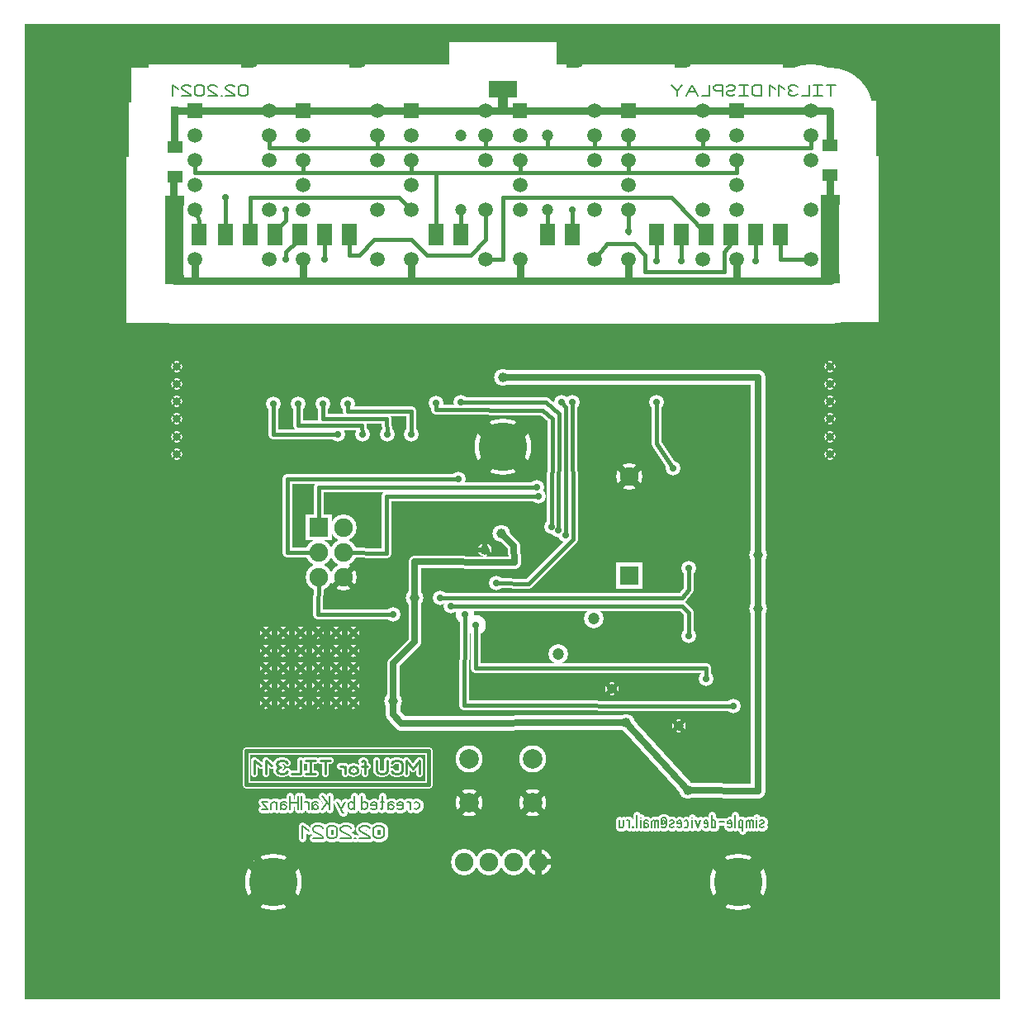
<source format=gbr>
%FSLAX34Y34*%
%MOMM*%
%LNCOPPER_BOTTOM*%
G71*
G01*
%ADD10C, 9.500*%
%ADD11C, 8.400*%
%ADD12C, 8.800*%
%ADD13R, 9.500X10.200*%
%ADD14C, 8.700*%
%ADD15C, 9.200*%
%ADD16C, 9.900*%
%ADD17R, 9.600X9.200*%
%ADD18C, 5.800*%
%ADD19C, 2.000*%
%ADD20C, 1.800*%
%ADD21C, 1.400*%
%ADD22C, 1.500*%
%ADD23C, 1.000*%
%ADD24R, 11.000X9.700*%
%ADD25C, 9.000*%
%ADD26C, 2.700*%
%ADD27C, 2.700*%
%ADD28C, 1.900*%
%ADD29C, 2.100*%
%ADD30C, 1.300*%
%ADD31C, 1.500*%
%ADD32C, 2.800*%
%ADD33C, 1.300*%
%ADD34C, 1.200*%
%ADD35C, 0.638*%
%ADD36C, 0.800*%
%ADD37C, 0.767*%
%ADD38C, 0.806*%
%ADD39C, 1.667*%
%ADD40C, 0.497*%
%ADD41C, 0.487*%
%ADD42C, 0.667*%
%ADD43C, 0.633*%
%ADD44C, 0.728*%
%ADD45C, 0.492*%
%ADD46C, 0.267*%
%ADD47C, 1.500*%
%ADD48C, 0.400*%
%ADD49R, 1.500X2.200*%
%ADD50C, 0.700*%
%ADD51C, 1.200*%
%ADD52C, 1.900*%
%ADD53R, 1.600X1.200*%
%ADD54C, 5.000*%
%ADD55C, 1.000*%
%ADD56R, 3.000X1.700*%
%ADD57C, 1.900*%
%ADD58C, 1.900*%
%ADD59C, 0.700*%
%ADD60C, 2.000*%
%ADD61C, 0.800*%
%ADD62C, 0.238*%
%ADD63C, 0.167*%
%ADD64C, 0.206*%
%LPD*%
G36*
X0Y1500000D02*
X1000000Y1500000D01*
X1000000Y500000D01*
X0Y500000D01*
X0Y1500000D01*
G37*
%LPC*%
G36*
X127125Y1458725D02*
X222125Y1458725D01*
X222125Y1363725D01*
X127125Y1363725D01*
X127125Y1458725D01*
G37*
X174625Y1385825D02*
G54D10*
D03*
X174625Y1360425D02*
G54D10*
D03*
X174625Y1309625D02*
G54D10*
D03*
X174625Y1258825D02*
G54D10*
D03*
X250825Y1258825D02*
G54D10*
D03*
X250825Y1309625D02*
G54D10*
D03*
X250825Y1360425D02*
G54D10*
D03*
X250825Y1385825D02*
G54D10*
D03*
X250825Y1411225D02*
G54D10*
D03*
X174625Y1335025D02*
G54D10*
D03*
G54D11*
X361950Y1385825D02*
X361950Y1373125D01*
G54D11*
X473075Y1385825D02*
X473075Y1373125D01*
G54D11*
X396875Y1360425D02*
X396875Y1347725D01*
G54D11*
X285750Y1360425D02*
X285750Y1347725D01*
G54D12*
X153988Y1411225D02*
X584200Y1411225D01*
G36*
X153988Y1455225D02*
X153988Y1367225D01*
X109988Y1367225D01*
X109988Y1455225D01*
X153988Y1455225D01*
G37*
G36*
X584200Y1367225D02*
X584200Y1455225D01*
X628200Y1455225D01*
X628200Y1367225D01*
X584200Y1367225D01*
G37*
G54D12*
X825500Y1411225D02*
X584200Y1411225D01*
G54D11*
X174625Y1360425D02*
X174625Y1347725D01*
G54D11*
X508000Y1360425D02*
X508000Y1347725D01*
G54D11*
X250825Y1385825D02*
X250825Y1373125D01*
G54D11*
X619125Y1385825D02*
X619125Y1373125D01*
G54D11*
X584200Y1385825D02*
X584200Y1373125D01*
G54D11*
X695325Y1385825D02*
X695325Y1373125D01*
G54D11*
X806450Y1385825D02*
X806450Y1373125D01*
G54D11*
X730250Y1360425D02*
X730250Y1347725D01*
G54D11*
X619125Y1360425D02*
X619125Y1347725D01*
G54D11*
X250825Y1373125D02*
X806450Y1373125D01*
G54D11*
X730250Y1347725D02*
X174625Y1347725D01*
G54D12*
X153988Y1236600D02*
X827088Y1236600D01*
X723900Y1284225D02*
G54D13*
D03*
X698500Y1284225D02*
G54D13*
D03*
X673100Y1284225D02*
G54D13*
D03*
X647700Y1284225D02*
G54D13*
D03*
X774700Y1284225D02*
G54D13*
D03*
X749300Y1284225D02*
G54D13*
D03*
X282575Y1284225D02*
G54D13*
D03*
X257175Y1284225D02*
G54D13*
D03*
X231775Y1284225D02*
G54D13*
D03*
X206375Y1284225D02*
G54D13*
D03*
X333375Y1284225D02*
G54D13*
D03*
X307975Y1284225D02*
G54D13*
D03*
X561975Y1284225D02*
G54D13*
D03*
X536575Y1284225D02*
G54D13*
D03*
X447675Y1284225D02*
G54D13*
D03*
X422275Y1284225D02*
G54D13*
D03*
G54D11*
X174625Y1309625D02*
X179388Y1298575D01*
X179388Y1284288D01*
G54D11*
X774700Y1284225D02*
X774700Y1258825D01*
X806450Y1258825D01*
G54D11*
X723900Y1274700D02*
X717550Y1266825D01*
X717550Y1246125D01*
X636588Y1246188D01*
X636588Y1263650D01*
X625475Y1274762D01*
X596900Y1274700D01*
X584200Y1258825D01*
G54D11*
X473075Y1258825D02*
X490538Y1258825D01*
X490538Y1322325D01*
X663575Y1322325D01*
X685800Y1298512D01*
X698500Y1284225D01*
X647700Y1257237D02*
G54D14*
D03*
X206375Y1322325D02*
G54D14*
D03*
G54D11*
X231775Y1284225D02*
X231775Y1322388D01*
X384175Y1322325D01*
X396875Y1309625D01*
X307975Y1258825D02*
G54D14*
D03*
X619125Y1287400D02*
G54D14*
D03*
X268288Y1258825D02*
G54D14*
D03*
X447675Y1309625D02*
G54D15*
D03*
G54D11*
X447675Y1309625D02*
X447675Y1284225D01*
G54D11*
X536575Y1309625D02*
X536575Y1284225D01*
G54D11*
X561975Y1309625D02*
X561975Y1284225D01*
G54D11*
X422275Y1284225D02*
X422275Y1347725D01*
X447675Y1385825D02*
G54D15*
D03*
X536575Y1309625D02*
G54D15*
D03*
X536575Y1385825D02*
G54D15*
D03*
G54D11*
X536575Y1385825D02*
X536575Y1373125D01*
X561975Y1309625D02*
G54D14*
D03*
G54D16*
X153988Y1242950D02*
X153988Y1314388D01*
G36*
X104488Y1242950D02*
X203488Y1242950D01*
X203488Y1193450D01*
X104488Y1193450D01*
X104488Y1242950D01*
G37*
G36*
X203488Y1314388D02*
X104488Y1314388D01*
X104488Y1363888D01*
X203488Y1363888D01*
X203488Y1314388D01*
G37*
X154161Y1343938D02*
G54D17*
D03*
X154161Y1374338D02*
G54D17*
D03*
X255587Y620650D02*
G54D18*
D03*
X583588Y890333D02*
G54D19*
D03*
X547526Y854271D02*
G54D19*
D03*
X488878Y978286D02*
G54D20*
D03*
X472281Y961231D02*
G54D21*
D03*
X483734Y926790D02*
G54D22*
D03*
G54D23*
X562162Y972355D02*
X516624Y926672D01*
X483734Y926790D01*
G54D23*
X550862Y1112838D02*
X554831Y1107281D01*
X554831Y976312D01*
G54D23*
X547688Y981075D02*
X548119Y1100293D01*
X534988Y1112838D01*
X447675Y1112838D01*
G54D23*
X540544Y985044D02*
X541338Y1095375D01*
X531374Y1104299D01*
X422275Y1104900D01*
X422275Y1112044D01*
X825674Y1345525D02*
G54D17*
D03*
X825674Y1375925D02*
G54D17*
D03*
G54D16*
X826294Y1243744D02*
X826294Y1315181D01*
G36*
X776794Y1243744D02*
X875794Y1243744D01*
X875794Y1194244D01*
X776794Y1194244D01*
X776794Y1243744D01*
G37*
G36*
X875794Y1315181D02*
X776794Y1315181D01*
X776794Y1364681D01*
X875794Y1364681D01*
X875794Y1315181D01*
G37*
G54D12*
X152574Y1343938D02*
X152574Y1309799D01*
X152400Y1309625D01*
G54D12*
X153988Y1411225D02*
X153988Y1374511D01*
X154161Y1374338D01*
G54D12*
X825500Y1409638D02*
X825674Y1375925D01*
G54D12*
X825674Y1345525D02*
X825674Y1309451D01*
X490538Y1433450D02*
G54D24*
D03*
G54D25*
X490538Y1412875D02*
X490538Y1430275D01*
X602716Y818616D02*
G54D21*
D03*
X554831Y976312D02*
G54D22*
D03*
G54D23*
X561975Y1112838D02*
X562162Y972355D01*
X490537Y1138175D02*
G54D20*
D03*
X547687Y981075D02*
G54D22*
D03*
X540544Y985044D02*
G54D22*
D03*
X422275Y1112044D02*
G54D22*
D03*
X550862Y1112838D02*
G54D22*
D03*
X561975Y1112838D02*
G54D22*
D03*
X331787Y1111250D02*
G54D22*
D03*
X306388Y1111250D02*
G54D22*
D03*
X280987Y1111250D02*
G54D22*
D03*
X255588Y1111250D02*
G54D22*
D03*
X525462Y1025525D02*
G54D22*
D03*
X527050Y1016000D02*
G54D22*
D03*
X444500Y1033462D02*
G54D22*
D03*
X396875Y1079500D02*
G54D22*
D03*
G54D23*
X255588Y1111250D02*
X255588Y1079500D01*
X320936Y1079500D01*
G54D23*
X280988Y1111250D02*
X280988Y1089025D01*
X346075Y1089025D01*
X346336Y1079500D01*
G54D23*
X306388Y1111250D02*
X306388Y1095375D01*
X371475Y1095375D01*
X371736Y1079500D01*
G54D23*
X331788Y1111250D02*
X331788Y1103312D01*
X396875Y1103312D01*
X396875Y1079500D01*
X731837Y620650D02*
G54D18*
D03*
X490537Y1066738D02*
G54D18*
D03*
X327025Y984250D02*
G54D26*
D03*
G36*
X315125Y997750D02*
X315125Y970750D01*
X288125Y970750D01*
X288125Y997750D01*
X315125Y997750D01*
G37*
X327025Y958850D02*
G54D26*
D03*
X301625Y958850D02*
G54D26*
D03*
X327025Y933450D02*
G54D26*
D03*
X301625Y933450D02*
G54D26*
D03*
G36*
X633771Y948130D02*
X633771Y921130D01*
X606771Y921130D01*
X606771Y948130D01*
X633771Y948130D01*
G37*
X620271Y1036230D02*
G54D27*
D03*
X377876Y805658D02*
G54D20*
D03*
X371736Y1079500D02*
G54D22*
D03*
X346336Y1079500D02*
G54D22*
D03*
X320936Y1079500D02*
G54D22*
D03*
X752656Y901230D02*
G54D20*
D03*
X699153Y828685D02*
G54D22*
D03*
X727216Y800621D02*
G54D22*
D03*
X679938Y714375D02*
G54D20*
D03*
X616438Y784225D02*
G54D20*
D03*
X681218Y942505D02*
G54D22*
D03*
X681218Y872655D02*
G54D22*
D03*
X437356Y903288D02*
G54D22*
D03*
X426244Y912019D02*
G54D22*
D03*
X451644Y895350D02*
G54D28*
D03*
X462756Y884238D02*
G54D29*
D03*
G54D23*
X426244Y912019D02*
X674688Y912019D01*
X681038Y919956D01*
X681038Y942324D01*
X681218Y942505D01*
G54D23*
X437356Y903288D02*
X674688Y903288D01*
X681038Y896938D01*
X681218Y872655D01*
G54D23*
X462756Y884238D02*
X462756Y839788D01*
X698500Y839788D01*
X698500Y829338D01*
X699153Y828685D01*
G54D23*
X451644Y895350D02*
X450850Y801688D01*
X727216Y800621D01*
X377825Y895350D02*
G54D22*
D03*
G54D23*
X301625Y958850D02*
X269875Y958850D01*
X269807Y1033394D01*
X444500Y1033462D01*
G54D23*
X301625Y984250D02*
X301625Y1025525D01*
X525462Y1025525D01*
G54D23*
X327025Y958850D02*
X371475Y957262D01*
X371475Y1016000D01*
X527050Y1016000D01*
G54D23*
X377825Y895350D02*
X300831Y895350D01*
X301625Y933450D01*
X400050Y912018D02*
G54D20*
D03*
G54D30*
X377876Y805658D02*
X377876Y844601D01*
X400050Y866775D01*
X400050Y949325D01*
X502444Y948531D01*
X501650Y965200D01*
X488878Y978286D01*
G54D31*
X377876Y805658D02*
X377876Y792111D01*
X386556Y783431D01*
X616438Y784225D01*
X679938Y714375D01*
X752475Y713581D01*
X752656Y901230D01*
X450850Y641350D02*
G54D27*
D03*
X476250Y641350D02*
G54D27*
D03*
X501650Y641350D02*
G54D27*
D03*
X527050Y641350D02*
G54D27*
D03*
X456225Y702100D02*
G54D32*
D03*
X521225Y702100D02*
G54D32*
D03*
X521225Y747100D02*
G54D32*
D03*
X456225Y747100D02*
G54D32*
D03*
X456225Y702100D02*
G54D32*
D03*
X521225Y702100D02*
G54D32*
D03*
X527050Y641350D02*
G54D27*
D03*
X327025Y933450D02*
G54D26*
D03*
X670587Y780876D02*
G54D21*
D03*
X620271Y1036229D02*
G54D27*
D03*
G54D31*
X490537Y1138175D02*
X752475Y1138175D01*
X752656Y901230D01*
G36*
X238250Y1458725D02*
X333250Y1458725D01*
X333250Y1363725D01*
X238250Y1363725D01*
X238250Y1458725D01*
G37*
X285750Y1385825D02*
G54D10*
D03*
X285750Y1360425D02*
G54D10*
D03*
X285750Y1309625D02*
G54D10*
D03*
X285750Y1258825D02*
G54D10*
D03*
X361950Y1258825D02*
G54D10*
D03*
X361950Y1309625D02*
G54D10*
D03*
X361950Y1360425D02*
G54D10*
D03*
X361950Y1385825D02*
G54D10*
D03*
X361950Y1411225D02*
G54D10*
D03*
X285750Y1335025D02*
G54D10*
D03*
G36*
X349375Y1458725D02*
X444375Y1458725D01*
X444375Y1363725D01*
X349375Y1363725D01*
X349375Y1458725D01*
G37*
X396875Y1385825D02*
G54D10*
D03*
X396875Y1360425D02*
G54D10*
D03*
X396875Y1309625D02*
G54D10*
D03*
X396875Y1258825D02*
G54D10*
D03*
X473075Y1258825D02*
G54D10*
D03*
X473075Y1309625D02*
G54D10*
D03*
X473075Y1360425D02*
G54D10*
D03*
X473075Y1385825D02*
G54D10*
D03*
X473075Y1411225D02*
G54D10*
D03*
X396875Y1335025D02*
G54D10*
D03*
G36*
X460500Y1458725D02*
X555500Y1458725D01*
X555500Y1363725D01*
X460500Y1363725D01*
X460500Y1458725D01*
G37*
X508000Y1385825D02*
G54D10*
D03*
X508000Y1360425D02*
G54D10*
D03*
X508000Y1309625D02*
G54D10*
D03*
X508000Y1258825D02*
G54D10*
D03*
X584200Y1258825D02*
G54D10*
D03*
X584200Y1309625D02*
G54D10*
D03*
X584200Y1360425D02*
G54D10*
D03*
X584200Y1385825D02*
G54D10*
D03*
X584200Y1411225D02*
G54D10*
D03*
X508000Y1335025D02*
G54D10*
D03*
G36*
X571625Y1458725D02*
X666625Y1458725D01*
X666625Y1363725D01*
X571625Y1363725D01*
X571625Y1458725D01*
G37*
X619125Y1385825D02*
G54D10*
D03*
X619125Y1360425D02*
G54D10*
D03*
X619125Y1309625D02*
G54D10*
D03*
X619125Y1258825D02*
G54D10*
D03*
X695325Y1258825D02*
G54D10*
D03*
X695325Y1309625D02*
G54D10*
D03*
X695325Y1360425D02*
G54D10*
D03*
X695325Y1385825D02*
G54D10*
D03*
X695325Y1411225D02*
G54D10*
D03*
X619125Y1335025D02*
G54D10*
D03*
G36*
X682750Y1458725D02*
X777750Y1458725D01*
X777750Y1363725D01*
X682750Y1363725D01*
X682750Y1458725D01*
G37*
X730250Y1385825D02*
G54D10*
D03*
X730250Y1360425D02*
G54D10*
D03*
X730250Y1309625D02*
G54D10*
D03*
X730250Y1258825D02*
G54D10*
D03*
X806450Y1258825D02*
G54D10*
D03*
X806450Y1309625D02*
G54D10*
D03*
X806450Y1360425D02*
G54D10*
D03*
X806450Y1385825D02*
G54D10*
D03*
X806450Y1411225D02*
G54D10*
D03*
X730250Y1335025D02*
G54D10*
D03*
G54D12*
X174625Y1258825D02*
X174625Y1236662D01*
G54D12*
X285750Y1258825D02*
X285750Y1236662D01*
G54D12*
X396875Y1258825D02*
X396875Y1236662D01*
G54D12*
X508000Y1258825D02*
X508000Y1236662D01*
G54D12*
X619125Y1258825D02*
X619125Y1236662D01*
G54D12*
X730250Y1258825D02*
X730250Y1236662D01*
X179388Y1284288D02*
G54D13*
D03*
X268288Y1309625D02*
G54D14*
D03*
G54D11*
X619125Y1309625D02*
X619125Y1285812D01*
X749300Y1257237D02*
G54D14*
D03*
G54D11*
X473075Y1309625D02*
X473075Y1279525D01*
X457200Y1263650D01*
X412750Y1263650D01*
X396875Y1279525D01*
X358775Y1279525D01*
X342900Y1263650D01*
X333375Y1263650D01*
X333375Y1273112D01*
G54D11*
X647700Y1257238D02*
X647700Y1284225D01*
X673100Y1257237D02*
G54D14*
D03*
G54D11*
X673100Y1257237D02*
X673100Y1281112D01*
G54D11*
X749300Y1257238D02*
X749300Y1284225D01*
G54D11*
X206375Y1322325D02*
X206375Y1284225D01*
G54D11*
X307975Y1258825D02*
X307975Y1284225D01*
G54D11*
X257175Y1284225D02*
X257175Y1287462D01*
X268288Y1298575D01*
X268288Y1309625D01*
G54D11*
X268288Y1258825D02*
X268288Y1266825D01*
X279400Y1277938D01*
X752475Y955675D02*
G54D20*
D03*
X647700Y1112838D02*
G54D22*
D03*
X665163Y1044575D02*
G54D22*
D03*
G54D23*
X647700Y1112838D02*
X647700Y1069975D01*
X665162Y1044575D01*
X447675Y1112838D02*
G54D22*
D03*
X247381Y876031D02*
G54D33*
D03*
X265381Y876031D02*
G54D33*
D03*
X283381Y876031D02*
G54D33*
D03*
X301381Y876031D02*
G54D33*
D03*
X319381Y876031D02*
G54D33*
D03*
X337381Y876031D02*
G54D33*
D03*
X247381Y858031D02*
G54D33*
D03*
X265381Y858031D02*
G54D33*
D03*
X283381Y858031D02*
G54D33*
D03*
X301381Y858031D02*
G54D33*
D03*
X319381Y858031D02*
G54D33*
D03*
X337381Y858031D02*
G54D33*
D03*
X247381Y840031D02*
G54D33*
D03*
X265381Y840031D02*
G54D33*
D03*
X283381Y840031D02*
G54D33*
D03*
X301381Y840031D02*
G54D33*
D03*
X319381Y840031D02*
G54D33*
D03*
X337381Y840031D02*
G54D33*
D03*
X247381Y822031D02*
G54D33*
D03*
X265381Y822031D02*
G54D33*
D03*
X283381Y822031D02*
G54D33*
D03*
X301381Y822031D02*
G54D33*
D03*
X319381Y822031D02*
G54D33*
D03*
X337381Y822031D02*
G54D33*
D03*
X247381Y804031D02*
G54D33*
D03*
X265381Y804031D02*
G54D33*
D03*
X283381Y804031D02*
G54D33*
D03*
X301381Y804031D02*
G54D33*
D03*
X319381Y804031D02*
G54D33*
D03*
X337381Y804031D02*
G54D33*
D03*
X826294Y1059288D02*
G54D34*
D03*
X826294Y1077288D02*
G54D34*
D03*
X826294Y1095288D02*
G54D34*
D03*
X826294Y1113288D02*
G54D34*
D03*
X826294Y1131288D02*
G54D34*
D03*
X826294Y1149288D02*
G54D34*
D03*
G54D35*
X405102Y731649D02*
X405102Y744982D01*
X398435Y736649D01*
X391769Y744982D01*
X391769Y731649D01*
G54D35*
X376435Y734149D02*
X377769Y732482D01*
X380435Y731649D01*
X383102Y731649D01*
X385769Y732482D01*
X387102Y734149D01*
X387102Y742482D01*
X385769Y744149D01*
X383102Y744982D01*
X380435Y744982D01*
X377769Y744149D01*
X376435Y742482D01*
G54D35*
X371768Y744982D02*
X371768Y734149D01*
X370435Y732482D01*
X367768Y731649D01*
X365101Y731649D01*
X362435Y732482D01*
X361101Y734149D01*
X361101Y744982D01*
G54D35*
X348833Y731649D02*
X348833Y744149D01*
X347500Y744982D01*
X346167Y744482D01*
G54D35*
X351500Y739149D02*
X346167Y739149D01*
G54D35*
X333500Y733649D02*
X333500Y736982D01*
X334833Y738649D01*
X337500Y739149D01*
X340167Y738649D01*
X341500Y736982D01*
X341500Y733649D01*
X340167Y731982D01*
X337500Y731649D01*
X334833Y731982D01*
X333500Y733649D01*
G54D35*
X328833Y731649D02*
X328833Y739149D01*
G54D35*
X328833Y737482D02*
X326166Y739149D01*
X323500Y739149D01*
G54D35*
X308566Y731649D02*
X308566Y744982D01*
G54D35*
X313899Y744982D02*
X303232Y744982D01*
G54D35*
X298565Y731649D02*
X287898Y731649D01*
G54D35*
X293232Y731649D02*
X293232Y744982D01*
G54D35*
X298565Y744982D02*
X287898Y744982D01*
G54D35*
X283231Y744982D02*
X283231Y731649D01*
X273898Y731649D01*
G54D35*
X269231Y742482D02*
X267898Y744149D01*
X265231Y744982D01*
X262564Y744982D01*
X259898Y744149D01*
X258564Y742482D01*
X258564Y740816D01*
X259898Y739149D01*
X262564Y738316D01*
X259898Y737482D01*
X258564Y735816D01*
X258564Y734149D01*
X259898Y732482D01*
X262564Y731649D01*
X265231Y731649D01*
X267898Y732482D01*
X269231Y734149D01*
G54D35*
X253897Y739982D02*
X247230Y744982D01*
X247230Y731649D01*
G54D35*
X242563Y739982D02*
X235896Y744982D01*
X235896Y731649D01*
G54D36*
X227012Y755650D02*
X414338Y755650D01*
X414338Y720725D01*
X227012Y720725D01*
X227012Y755650D01*
G54D37*
X399768Y702310D02*
X401768Y702810D01*
X403768Y702310D01*
X404768Y700643D01*
X404768Y697310D01*
X403768Y695643D01*
X401768Y695310D01*
X399768Y695643D01*
G54D37*
X396102Y695310D02*
X396102Y702810D01*
G54D37*
X396102Y701143D02*
X394102Y702810D01*
X392102Y702810D01*
G54D37*
X382434Y696143D02*
X384034Y695310D01*
X386034Y695310D01*
X388034Y696143D01*
X388434Y697810D01*
X388434Y700643D01*
X387434Y702310D01*
X385434Y702810D01*
X383434Y702310D01*
X382434Y701143D01*
X382434Y699476D01*
X388434Y699476D01*
G54D37*
X378768Y701976D02*
X376768Y702810D01*
X374368Y702810D01*
X372768Y701143D01*
X372768Y695310D01*
G54D37*
X372768Y697810D02*
X373768Y699476D01*
X375768Y699810D01*
X377768Y699476D01*
X378768Y697810D01*
X378368Y696143D01*
X376768Y695310D01*
X375768Y695310D01*
X375368Y695310D01*
X373768Y696143D01*
X372768Y697810D01*
G54D37*
X367100Y708643D02*
X367100Y696143D01*
X366100Y695310D01*
X365100Y695643D01*
G54D37*
X369100Y702810D02*
X365100Y702810D01*
G54D37*
X355434Y696143D02*
X357034Y695310D01*
X359034Y695310D01*
X361034Y696143D01*
X361434Y697810D01*
X361434Y700643D01*
X360434Y702310D01*
X358434Y702810D01*
X356434Y702310D01*
X355434Y701143D01*
X355434Y699476D01*
X361434Y699476D01*
G54D37*
X345766Y695310D02*
X345766Y708643D01*
G54D37*
X345766Y700643D02*
X346766Y702310D01*
X348766Y702810D01*
X350766Y702310D01*
X351766Y700643D01*
X351766Y697310D01*
X350766Y695643D01*
X348766Y695310D01*
X346766Y695643D01*
X345766Y697310D01*
G54D37*
X338232Y695310D02*
X338232Y708643D01*
G54D37*
X338232Y700643D02*
X337232Y702310D01*
X335232Y702810D01*
X333232Y702310D01*
X332232Y700643D01*
X332232Y697310D01*
X333232Y695643D01*
X335232Y695310D01*
X337232Y695643D01*
X338232Y697310D01*
G54D37*
X328566Y702810D02*
X324566Y695310D01*
X320566Y702810D01*
G54D37*
X324566Y695310D02*
X325566Y692810D01*
X326566Y691976D01*
X327566Y691976D01*
G54D37*
X313032Y695310D02*
X313032Y708643D01*
G54D37*
X313032Y699476D02*
X305032Y708643D01*
G54D37*
X310032Y701976D02*
X305032Y695310D01*
G54D37*
X301364Y701976D02*
X299364Y702810D01*
X296964Y702810D01*
X295364Y701143D01*
X295364Y695310D01*
G54D37*
X295364Y697810D02*
X296364Y699476D01*
X298364Y699810D01*
X300364Y699476D01*
X301364Y697810D01*
X300964Y696143D01*
X299364Y695310D01*
X298364Y695310D01*
X297964Y695310D01*
X296364Y696143D01*
X295364Y697810D01*
G54D37*
X291698Y695310D02*
X291698Y702810D01*
G54D37*
X291698Y701143D02*
X289698Y702810D01*
X287698Y702810D01*
G54D37*
X284030Y695310D02*
X284030Y708643D01*
G54D37*
X280364Y695310D02*
X280364Y708643D01*
G54D37*
X272364Y695310D02*
X272364Y708643D01*
G54D37*
X280364Y701976D02*
X272364Y701976D01*
G54D37*
X268696Y701976D02*
X266696Y702810D01*
X264296Y702810D01*
X262696Y701143D01*
X262696Y695310D01*
G54D37*
X262696Y697810D02*
X263696Y699476D01*
X265696Y699810D01*
X267696Y699476D01*
X268696Y697810D01*
X268296Y696143D01*
X266696Y695310D01*
X265696Y695310D01*
X265296Y695310D01*
X263696Y696143D01*
X262696Y697810D01*
G54D37*
X259030Y695310D02*
X259030Y702810D01*
G54D37*
X259030Y701143D02*
X258030Y702310D01*
X256030Y702810D01*
X254030Y702310D01*
X253030Y701143D01*
X253030Y695310D01*
G54D37*
X249362Y702810D02*
X243362Y702810D01*
X249362Y695310D01*
X243362Y695310D01*
G54D37*
X357633Y675996D02*
X357633Y667662D01*
X358967Y665996D01*
X361633Y665162D01*
X364300Y665162D01*
X366967Y665996D01*
X368300Y667662D01*
X368300Y675996D01*
X366967Y677662D01*
X364300Y678496D01*
X361633Y678496D01*
X358967Y677662D01*
X357633Y675996D01*
G54D37*
X343299Y665162D02*
X353966Y665162D01*
X353966Y665996D01*
X352633Y667662D01*
X344633Y672662D01*
X343299Y674329D01*
X343299Y675996D01*
X344633Y677662D01*
X347299Y678496D01*
X349966Y678496D01*
X352633Y677662D01*
X353966Y675996D01*
G54D37*
X338565Y665162D02*
X339632Y665162D01*
X339632Y665829D01*
X338565Y665829D01*
X338565Y665162D01*
X339632Y665162D01*
G54D37*
X324231Y665162D02*
X334898Y665162D01*
X334898Y665996D01*
X333565Y667662D01*
X325565Y672662D01*
X324231Y674329D01*
X324231Y675996D01*
X325565Y677662D01*
X328231Y678496D01*
X330898Y678496D01*
X333565Y677662D01*
X334898Y675996D01*
G54D37*
X309897Y675996D02*
X309897Y667662D01*
X311231Y665996D01*
X313897Y665162D01*
X316564Y665162D01*
X319231Y665996D01*
X320564Y667662D01*
X320564Y675996D01*
X319231Y677662D01*
X316564Y678496D01*
X313897Y678496D01*
X311231Y677662D01*
X309897Y675996D01*
G54D37*
X295563Y665162D02*
X306230Y665162D01*
X306230Y665996D01*
X304897Y667662D01*
X296897Y672662D01*
X295563Y674329D01*
X295563Y675996D01*
X296897Y677662D01*
X299563Y678496D01*
X302230Y678496D01*
X304897Y677662D01*
X306230Y675996D01*
G54D37*
X291896Y673496D02*
X285229Y678496D01*
X285229Y665162D01*
G54D37*
X758150Y677108D02*
X756817Y676275D01*
X755483Y676275D01*
X754150Y677108D01*
X754150Y678775D01*
X754817Y679608D01*
X757483Y680442D01*
X758150Y681275D01*
X758150Y682942D01*
X756817Y683775D01*
X755483Y683775D01*
X754150Y682942D01*
G54D37*
X750483Y676275D02*
X750483Y683775D01*
G54D37*
X750483Y686275D02*
X750483Y686275D01*
G54D37*
X746816Y676275D02*
X746816Y683775D01*
G54D37*
X746816Y682442D02*
X745483Y683775D01*
X744149Y683275D01*
X743483Y682108D01*
X743483Y676275D01*
G54D37*
X743483Y682442D02*
X742149Y683775D01*
X740816Y683275D01*
X740149Y682108D01*
X740149Y676275D01*
G54D37*
X736482Y683775D02*
X736482Y672942D01*
G54D37*
X736482Y678775D02*
X735815Y676608D01*
X734482Y676275D01*
X733149Y676608D01*
X732482Y678275D01*
X732482Y681608D01*
X733149Y683275D01*
X734482Y683775D01*
X735815Y683275D01*
X736482Y681275D01*
G54D37*
X728815Y676275D02*
X728815Y689608D01*
G54D37*
X721148Y677108D02*
X722215Y676275D01*
X723548Y676275D01*
X724881Y677108D01*
X725148Y678775D01*
X725148Y681608D01*
X724481Y683275D01*
X723148Y683775D01*
X721815Y683275D01*
X721148Y682108D01*
X721148Y680442D01*
X725148Y680442D01*
G54D37*
X717481Y682108D02*
X712148Y682108D01*
G54D37*
X704481Y676275D02*
X704481Y689608D01*
G54D37*
X704481Y681608D02*
X705148Y683275D01*
X706481Y683775D01*
X707814Y683275D01*
X708481Y681608D01*
X708481Y678275D01*
X707814Y676608D01*
X706481Y676275D01*
X705148Y676608D01*
X704481Y678275D01*
G54D37*
X696814Y677108D02*
X697881Y676275D01*
X699214Y676275D01*
X700547Y677108D01*
X700814Y678775D01*
X700814Y681608D01*
X700147Y683275D01*
X698814Y683775D01*
X697481Y683275D01*
X696814Y682108D01*
X696814Y680442D01*
X700814Y680442D01*
G54D37*
X693147Y683775D02*
X690480Y676275D01*
X687814Y683775D01*
G54D37*
X684147Y676275D02*
X684147Y683775D01*
G54D37*
X684147Y686275D02*
X684147Y686275D01*
G54D37*
X677147Y683275D02*
X678480Y683775D01*
X679813Y683275D01*
X680480Y681608D01*
X680480Y678275D01*
X679813Y676608D01*
X678480Y676275D01*
X677147Y676608D01*
G54D37*
X669480Y677108D02*
X670547Y676275D01*
X671880Y676275D01*
X673213Y677108D01*
X673480Y678775D01*
X673480Y681608D01*
X672813Y683275D01*
X671480Y683775D01*
X670147Y683275D01*
X669480Y682108D01*
X669480Y680442D01*
X673480Y680442D01*
G54D37*
X665813Y677108D02*
X664480Y676275D01*
X663146Y676275D01*
X661813Y677108D01*
X661813Y678775D01*
X662480Y679608D01*
X665146Y680442D01*
X665813Y681275D01*
X665813Y682942D01*
X664480Y683775D01*
X663146Y683775D01*
X661813Y682942D01*
G54D37*
X653479Y677442D02*
X654413Y676275D01*
X656146Y676275D01*
X657346Y677442D01*
X658146Y679275D01*
X658146Y684108D01*
X657346Y685942D01*
X656146Y686775D01*
X654413Y686775D01*
X653479Y685275D01*
X653479Y679942D01*
G54D37*
X653746Y681942D02*
X653879Y683275D01*
X655213Y684108D01*
X656146Y683275D01*
X656413Y681942D01*
X656146Y680442D01*
X655213Y679608D01*
X653879Y680442D01*
X653746Y681942D01*
G54D37*
X649812Y676275D02*
X649812Y683775D01*
G54D37*
X649812Y682442D02*
X648479Y683775D01*
X647145Y683275D01*
X646479Y682108D01*
X646479Y676275D01*
G54D37*
X646479Y682442D02*
X645145Y683775D01*
X643812Y683275D01*
X643145Y682108D01*
X643145Y676275D01*
G54D37*
X639478Y682942D02*
X638145Y683775D01*
X636545Y683775D01*
X635478Y682108D01*
X635478Y676275D01*
G54D37*
X635478Y678775D02*
X636145Y680442D01*
X637478Y680775D01*
X638811Y680442D01*
X639478Y678775D01*
X639211Y677108D01*
X638145Y676275D01*
X637478Y676275D01*
X637211Y676275D01*
X636145Y677108D01*
X635478Y678775D01*
G54D37*
X631811Y676275D02*
X631811Y683775D01*
G54D37*
X631811Y686275D02*
X631811Y686275D01*
G54D37*
X628144Y676275D02*
X628144Y689608D01*
G54D37*
X623944Y676275D02*
X624477Y676275D01*
X624477Y676942D01*
X623944Y676942D01*
X623944Y676275D01*
X624477Y676275D01*
G54D37*
X620277Y676275D02*
X620277Y683775D01*
G54D37*
X620277Y682108D02*
X618944Y683775D01*
X617610Y683775D01*
G54D37*
X609943Y683775D02*
X609943Y676275D01*
G54D37*
X609943Y677942D02*
X610610Y676608D01*
X611943Y676275D01*
X613276Y676608D01*
X613943Y677942D01*
X613943Y683775D01*
G54D38*
X826815Y1426369D02*
X826815Y1437924D01*
G54D38*
X831437Y1437924D02*
X822193Y1437924D01*
G54D38*
X818149Y1426369D02*
X808905Y1426369D01*
G54D38*
X813527Y1426369D02*
X813527Y1437924D01*
G54D38*
X818149Y1437924D02*
X808905Y1437924D01*
G54D38*
X804861Y1437924D02*
X804861Y1426369D01*
X796772Y1426369D01*
G54D38*
X792728Y1435758D02*
X791572Y1437202D01*
X789261Y1437924D01*
X786950Y1437924D01*
X784639Y1437202D01*
X783484Y1435758D01*
X783484Y1434313D01*
X784639Y1432869D01*
X786950Y1432146D01*
X784639Y1431424D01*
X783484Y1429980D01*
X783484Y1428535D01*
X784639Y1427091D01*
X786950Y1426369D01*
X789261Y1426369D01*
X791572Y1427091D01*
X792728Y1428535D01*
G54D38*
X779440Y1433591D02*
X773662Y1437924D01*
X773662Y1426369D01*
G54D38*
X769618Y1433591D02*
X763840Y1437924D01*
X763840Y1426369D01*
G54D38*
X755521Y1426369D02*
X755521Y1437924D01*
X749743Y1437924D01*
X747432Y1437202D01*
X746277Y1435758D01*
X746277Y1428535D01*
X747432Y1427091D01*
X749743Y1426369D01*
X755521Y1426369D01*
G54D38*
X742233Y1426369D02*
X732989Y1426369D01*
G54D38*
X737611Y1426369D02*
X737611Y1437924D01*
G54D38*
X742233Y1437924D02*
X732989Y1437924D01*
G54D38*
X728945Y1428535D02*
X727789Y1427091D01*
X725478Y1426369D01*
X723167Y1426369D01*
X720856Y1427091D01*
X719701Y1428535D01*
X719701Y1429980D01*
X720856Y1431424D01*
X723167Y1432146D01*
X725478Y1432146D01*
X727789Y1432869D01*
X728945Y1434313D01*
X728945Y1435758D01*
X727789Y1437202D01*
X725478Y1437924D01*
X723167Y1437924D01*
X720856Y1437202D01*
X719701Y1435758D01*
G54D38*
X715657Y1426369D02*
X715657Y1437924D01*
X709879Y1437924D01*
X707568Y1437202D01*
X706413Y1435758D01*
X706413Y1434313D01*
X707568Y1432869D01*
X709879Y1432146D01*
X715657Y1432146D01*
G54D38*
X702369Y1437924D02*
X702369Y1426369D01*
X694280Y1426369D01*
G54D38*
X690236Y1426369D02*
X684458Y1437924D01*
X678680Y1426369D01*
G54D38*
X687925Y1430702D02*
X680992Y1430702D01*
G54D38*
X674636Y1437924D02*
X668858Y1432146D01*
X668858Y1426369D01*
G54D38*
X668858Y1432146D02*
X663080Y1437924D01*
X153988Y1314388D02*
G54D14*
D03*
X153988Y1296388D02*
G54D14*
D03*
X153988Y1278388D02*
G54D14*
D03*
X153988Y1260388D02*
G54D14*
D03*
X153988Y1242388D02*
G54D14*
D03*
X826294Y1315181D02*
G54D14*
D03*
X826294Y1297181D02*
G54D14*
D03*
X826294Y1279181D02*
G54D14*
D03*
X826294Y1261181D02*
G54D14*
D03*
X826294Y1243181D02*
G54D14*
D03*
G54D38*
X219736Y1435758D02*
X219736Y1428535D01*
X220892Y1427091D01*
X223203Y1426369D01*
X225514Y1426369D01*
X227825Y1427091D01*
X228981Y1428535D01*
X228981Y1435758D01*
X227825Y1437202D01*
X225514Y1437924D01*
X223203Y1437924D01*
X220892Y1437202D01*
X219736Y1435758D01*
G54D38*
X206448Y1426369D02*
X215693Y1426369D01*
X215693Y1427091D01*
X214537Y1428535D01*
X207604Y1432869D01*
X206448Y1434313D01*
X206448Y1435758D01*
X207604Y1437202D01*
X209915Y1437924D01*
X212226Y1437924D01*
X214537Y1437202D01*
X215693Y1435758D01*
G54D38*
X201480Y1426369D02*
X202405Y1426369D01*
X202405Y1426946D01*
X201480Y1426946D01*
X201480Y1426369D01*
X202405Y1426369D01*
G54D38*
X188192Y1426369D02*
X197437Y1426369D01*
X197437Y1427091D01*
X196281Y1428535D01*
X189348Y1432869D01*
X188192Y1434313D01*
X188192Y1435758D01*
X189348Y1437202D01*
X191659Y1437924D01*
X193970Y1437924D01*
X196281Y1437202D01*
X197437Y1435758D01*
G54D38*
X174904Y1435758D02*
X174904Y1428535D01*
X176060Y1427091D01*
X178371Y1426369D01*
X180682Y1426369D01*
X182993Y1427091D01*
X184149Y1428535D01*
X184149Y1435758D01*
X182993Y1437202D01*
X180682Y1437924D01*
X178371Y1437924D01*
X176060Y1437202D01*
X174904Y1435758D01*
G54D38*
X161616Y1426369D02*
X170861Y1426369D01*
X170861Y1427091D01*
X169705Y1428535D01*
X162772Y1432869D01*
X161616Y1434313D01*
X161616Y1435758D01*
X162772Y1437202D01*
X165083Y1437924D01*
X167394Y1437924D01*
X169705Y1437202D01*
X170861Y1435758D01*
G54D38*
X157573Y1433591D02*
X151795Y1437924D01*
X151795Y1426369D01*
X156370Y1059288D02*
G54D34*
D03*
X156370Y1077288D02*
G54D34*
D03*
X156370Y1095288D02*
G54D34*
D03*
X156370Y1113288D02*
G54D34*
D03*
X156370Y1131288D02*
G54D34*
D03*
X156370Y1149288D02*
G54D34*
D03*
%LPD*%
G54D39*
G36*
X249694Y626543D02*
X270554Y647402D01*
X282339Y635617D01*
X261480Y614757D01*
X249694Y626543D01*
G37*
G36*
X261480Y626543D02*
X282339Y605683D01*
X270554Y593898D01*
X249694Y614757D01*
X261480Y626543D01*
G37*
G36*
X261480Y614757D02*
X240620Y593898D01*
X228835Y605683D01*
X249694Y626543D01*
X261480Y614757D01*
G37*
G36*
X249694Y614757D02*
X228835Y635617D01*
X240620Y647402D01*
X261480Y626543D01*
X249694Y614757D01*
G37*
G54D40*
G36*
X474037Y962987D02*
X479340Y957684D01*
X475828Y954172D01*
X470525Y959475D01*
X474037Y962987D01*
G37*
G36*
X472281Y958748D02*
X464781Y958748D01*
X464781Y963714D01*
X472281Y963714D01*
X472281Y958748D01*
G37*
G36*
X469798Y961231D02*
X469798Y968731D01*
X474764Y968731D01*
X474764Y961231D01*
X469798Y961231D01*
G37*
G54D41*
G36*
X604437Y820337D02*
X609740Y815033D01*
X606299Y811592D01*
X600995Y816895D01*
X604437Y820337D01*
G37*
G36*
X604437Y816895D02*
X599133Y811592D01*
X595692Y815033D01*
X600995Y820337D01*
X604437Y816895D01*
G37*
G36*
X600995Y816895D02*
X595692Y822199D01*
X599133Y825640D01*
X604437Y820337D01*
X600995Y816895D01*
G37*
G36*
X600995Y820337D02*
X606299Y825640D01*
X609740Y822199D01*
X604437Y816895D01*
X600995Y820337D01*
G37*
G54D39*
G36*
X725944Y626543D02*
X746804Y647402D01*
X758589Y635617D01*
X737730Y614757D01*
X725944Y626543D01*
G37*
G36*
X737730Y626543D02*
X758589Y605683D01*
X746804Y593898D01*
X725944Y614757D01*
X737730Y626543D01*
G37*
G36*
X737730Y614757D02*
X716870Y593898D01*
X705085Y605683D01*
X725944Y626543D01*
X737730Y614757D01*
G37*
G36*
X725944Y614757D02*
X705085Y635617D01*
X716870Y647402D01*
X737730Y626543D01*
X725944Y614757D01*
G37*
G54D39*
G36*
X484644Y1072630D02*
X505504Y1093490D01*
X517289Y1081705D01*
X496430Y1060845D01*
X484644Y1072630D01*
G37*
G36*
X496430Y1072630D02*
X517289Y1051770D01*
X505504Y1039985D01*
X484644Y1060845D01*
X496430Y1072630D01*
G37*
G36*
X496430Y1060845D02*
X475570Y1039985D01*
X463785Y1051770D01*
X484644Y1072630D01*
X496430Y1060845D01*
G37*
G36*
X484644Y1060845D02*
X463785Y1081705D01*
X475570Y1093490D01*
X496430Y1072630D01*
X484644Y1060845D01*
G37*
G54D42*
G36*
X458582Y704457D02*
X468835Y694204D01*
X464121Y689490D01*
X453868Y699743D01*
X458582Y704457D01*
G37*
G36*
X458582Y699743D02*
X448329Y689490D01*
X443615Y694204D01*
X453868Y704457D01*
X458582Y699743D01*
G37*
G36*
X453868Y699743D02*
X443615Y709996D01*
X448329Y714710D01*
X458582Y704457D01*
X453868Y699743D01*
G37*
G36*
X453868Y704457D02*
X464121Y714710D01*
X468835Y709996D01*
X458582Y699743D01*
X453868Y704457D01*
G37*
G54D42*
G36*
X523582Y704457D02*
X533835Y694204D01*
X529121Y689490D01*
X518868Y699743D01*
X523582Y704457D01*
G37*
G36*
X523582Y699743D02*
X513329Y689490D01*
X508615Y694204D01*
X518868Y704457D01*
X523582Y699743D01*
G37*
G36*
X518868Y699743D02*
X508615Y709996D01*
X513329Y714710D01*
X523582Y704457D01*
X518868Y699743D01*
G37*
G36*
X518868Y704457D02*
X529121Y714710D01*
X533835Y709996D01*
X523582Y699743D01*
X518868Y704457D01*
G37*
G54D43*
G36*
X530217Y641350D02*
X530217Y627350D01*
X523883Y627350D01*
X523883Y641350D01*
X530217Y641350D01*
G37*
G36*
X523883Y641350D02*
X523883Y655350D01*
X530217Y655350D01*
X530217Y641350D01*
X523883Y641350D01*
G37*
G36*
X527050Y644517D02*
X541050Y644517D01*
X541050Y638184D01*
X527050Y638184D01*
X527050Y644517D01*
G37*
G54D43*
G36*
X329264Y935689D02*
X339164Y925790D01*
X334685Y921311D01*
X324786Y931211D01*
X329264Y935689D01*
G37*
G36*
X329264Y931211D02*
X319365Y921311D01*
X314886Y925790D01*
X324786Y935689D01*
X329264Y931211D01*
G37*
G36*
X324786Y935689D02*
X334685Y945589D01*
X339164Y941110D01*
X329264Y931211D01*
X324786Y935689D01*
G37*
G54D41*
G36*
X672308Y782597D02*
X677611Y777293D01*
X674170Y773852D01*
X668866Y779155D01*
X672308Y782597D01*
G37*
G36*
X672308Y779155D02*
X667004Y773852D01*
X663563Y777293D01*
X668866Y782597D01*
X672308Y779155D01*
G37*
G36*
X668866Y779155D02*
X663563Y784459D01*
X667004Y787900D01*
X672308Y782597D01*
X668866Y779155D01*
G37*
G36*
X668866Y782597D02*
X674170Y787900D01*
X677611Y784459D01*
X672308Y779155D01*
X668866Y782597D01*
G37*
G54D44*
G36*
X622846Y1038804D02*
X632746Y1028905D01*
X627595Y1023754D01*
X617696Y1033654D01*
X622846Y1038804D01*
G37*
G36*
X622846Y1033654D02*
X612947Y1023754D01*
X607796Y1028905D01*
X617696Y1038804D01*
X622846Y1033654D01*
G37*
G36*
X617696Y1033654D02*
X607796Y1043553D01*
X612947Y1048704D01*
X622846Y1038804D01*
X617696Y1033654D01*
G37*
G36*
X617696Y1038804D02*
X627595Y1048704D01*
X632746Y1043553D01*
X622846Y1033654D01*
X617696Y1038804D01*
G37*
G54D45*
G36*
X249122Y877772D02*
X254071Y872822D01*
X250590Y869341D01*
X245640Y874291D01*
X249122Y877772D01*
G37*
G36*
X249122Y874291D02*
X244172Y869341D01*
X240691Y872822D01*
X245640Y877772D01*
X249122Y874291D01*
G37*
G36*
X245640Y874291D02*
X240691Y879240D01*
X244172Y882722D01*
X249122Y877772D01*
X245640Y874291D01*
G37*
G36*
X245640Y877772D02*
X250590Y882722D01*
X254071Y879240D01*
X249122Y874291D01*
X245640Y877772D01*
G37*
G54D45*
G36*
X267122Y877772D02*
X272071Y872822D01*
X268590Y869341D01*
X263640Y874291D01*
X267122Y877772D01*
G37*
G36*
X267122Y874291D02*
X262172Y869341D01*
X258691Y872822D01*
X263640Y877772D01*
X267122Y874291D01*
G37*
G36*
X263640Y874291D02*
X258691Y879240D01*
X262172Y882722D01*
X267122Y877772D01*
X263640Y874291D01*
G37*
G36*
X263640Y877772D02*
X268590Y882722D01*
X272071Y879240D01*
X267122Y874291D01*
X263640Y877772D01*
G37*
G54D45*
G36*
X285122Y877772D02*
X290071Y872822D01*
X286590Y869341D01*
X281640Y874291D01*
X285122Y877772D01*
G37*
G36*
X285122Y874291D02*
X280172Y869341D01*
X276691Y872822D01*
X281640Y877772D01*
X285122Y874291D01*
G37*
G36*
X281640Y874291D02*
X276691Y879240D01*
X280172Y882722D01*
X285122Y877772D01*
X281640Y874291D01*
G37*
G36*
X281640Y877772D02*
X286590Y882722D01*
X290071Y879240D01*
X285122Y874291D01*
X281640Y877772D01*
G37*
G54D45*
G36*
X303122Y877772D02*
X308071Y872822D01*
X304590Y869341D01*
X299640Y874291D01*
X303122Y877772D01*
G37*
G36*
X303122Y874291D02*
X298172Y869341D01*
X294691Y872822D01*
X299640Y877772D01*
X303122Y874291D01*
G37*
G36*
X299640Y874291D02*
X294691Y879240D01*
X298172Y882722D01*
X303122Y877772D01*
X299640Y874291D01*
G37*
G36*
X299640Y877772D02*
X304590Y882722D01*
X308071Y879240D01*
X303122Y874291D01*
X299640Y877772D01*
G37*
G54D45*
G36*
X321122Y877772D02*
X326071Y872822D01*
X322590Y869341D01*
X317640Y874291D01*
X321122Y877772D01*
G37*
G36*
X321122Y874291D02*
X316172Y869341D01*
X312691Y872822D01*
X317640Y877772D01*
X321122Y874291D01*
G37*
G36*
X317640Y874291D02*
X312691Y879240D01*
X316172Y882722D01*
X321122Y877772D01*
X317640Y874291D01*
G37*
G36*
X317640Y877772D02*
X322590Y882722D01*
X326071Y879240D01*
X321122Y874291D01*
X317640Y877772D01*
G37*
G54D45*
G36*
X339122Y877772D02*
X344071Y872822D01*
X340590Y869341D01*
X335640Y874291D01*
X339122Y877772D01*
G37*
G36*
X339122Y874291D02*
X334172Y869341D01*
X330691Y872822D01*
X335640Y877772D01*
X339122Y874291D01*
G37*
G36*
X335640Y874291D02*
X330691Y879240D01*
X334172Y882722D01*
X339122Y877772D01*
X335640Y874291D01*
G37*
G36*
X335640Y877772D02*
X340590Y882722D01*
X344071Y879240D01*
X339122Y874291D01*
X335640Y877772D01*
G37*
G54D45*
G36*
X249122Y859772D02*
X254071Y854822D01*
X250590Y851341D01*
X245640Y856291D01*
X249122Y859772D01*
G37*
G36*
X249122Y856291D02*
X244172Y851341D01*
X240691Y854822D01*
X245640Y859772D01*
X249122Y856291D01*
G37*
G36*
X245640Y856291D02*
X240691Y861240D01*
X244172Y864722D01*
X249122Y859772D01*
X245640Y856291D01*
G37*
G36*
X245640Y859772D02*
X250590Y864722D01*
X254071Y861240D01*
X249122Y856291D01*
X245640Y859772D01*
G37*
G54D45*
G36*
X267122Y859772D02*
X272071Y854822D01*
X268590Y851341D01*
X263640Y856291D01*
X267122Y859772D01*
G37*
G36*
X267122Y856291D02*
X262172Y851341D01*
X258691Y854822D01*
X263640Y859772D01*
X267122Y856291D01*
G37*
G36*
X263640Y856291D02*
X258691Y861240D01*
X262172Y864722D01*
X267122Y859772D01*
X263640Y856291D01*
G37*
G36*
X263640Y859772D02*
X268590Y864722D01*
X272071Y861240D01*
X267122Y856291D01*
X263640Y859772D01*
G37*
G54D45*
G36*
X285122Y859772D02*
X290071Y854822D01*
X286590Y851341D01*
X281640Y856291D01*
X285122Y859772D01*
G37*
G36*
X285122Y856291D02*
X280172Y851341D01*
X276691Y854822D01*
X281640Y859772D01*
X285122Y856291D01*
G37*
G36*
X281640Y856291D02*
X276691Y861240D01*
X280172Y864722D01*
X285122Y859772D01*
X281640Y856291D01*
G37*
G36*
X281640Y859772D02*
X286590Y864722D01*
X290071Y861240D01*
X285122Y856291D01*
X281640Y859772D01*
G37*
G54D45*
G36*
X303122Y859772D02*
X308071Y854822D01*
X304590Y851341D01*
X299640Y856291D01*
X303122Y859772D01*
G37*
G36*
X303122Y856291D02*
X298172Y851341D01*
X294691Y854822D01*
X299640Y859772D01*
X303122Y856291D01*
G37*
G36*
X299640Y856291D02*
X294691Y861240D01*
X298172Y864722D01*
X303122Y859772D01*
X299640Y856291D01*
G37*
G36*
X299640Y859772D02*
X304590Y864722D01*
X308071Y861240D01*
X303122Y856291D01*
X299640Y859772D01*
G37*
G54D45*
G36*
X321122Y859772D02*
X326071Y854822D01*
X322590Y851341D01*
X317640Y856291D01*
X321122Y859772D01*
G37*
G36*
X321122Y856291D02*
X316172Y851341D01*
X312691Y854822D01*
X317640Y859772D01*
X321122Y856291D01*
G37*
G36*
X317640Y856291D02*
X312691Y861240D01*
X316172Y864722D01*
X321122Y859772D01*
X317640Y856291D01*
G37*
G36*
X317640Y859772D02*
X322590Y864722D01*
X326071Y861240D01*
X321122Y856291D01*
X317640Y859772D01*
G37*
G54D45*
G36*
X339122Y859772D02*
X344071Y854822D01*
X340590Y851341D01*
X335640Y856291D01*
X339122Y859772D01*
G37*
G36*
X339122Y856291D02*
X334172Y851341D01*
X330691Y854822D01*
X335640Y859772D01*
X339122Y856291D01*
G37*
G36*
X335640Y856291D02*
X330691Y861240D01*
X334172Y864722D01*
X339122Y859772D01*
X335640Y856291D01*
G37*
G36*
X335640Y859772D02*
X340590Y864722D01*
X344071Y861240D01*
X339122Y856291D01*
X335640Y859772D01*
G37*
G54D45*
G36*
X249122Y841772D02*
X254071Y836822D01*
X250590Y833341D01*
X245640Y838291D01*
X249122Y841772D01*
G37*
G36*
X249122Y838291D02*
X244172Y833341D01*
X240691Y836822D01*
X245640Y841772D01*
X249122Y838291D01*
G37*
G36*
X245640Y838291D02*
X240691Y843240D01*
X244172Y846722D01*
X249122Y841772D01*
X245640Y838291D01*
G37*
G36*
X245640Y841772D02*
X250590Y846722D01*
X254071Y843240D01*
X249122Y838291D01*
X245640Y841772D01*
G37*
G54D45*
G36*
X267122Y841772D02*
X272071Y836822D01*
X268590Y833341D01*
X263640Y838291D01*
X267122Y841772D01*
G37*
G36*
X267122Y838291D02*
X262172Y833341D01*
X258691Y836822D01*
X263640Y841772D01*
X267122Y838291D01*
G37*
G36*
X263640Y838291D02*
X258691Y843240D01*
X262172Y846722D01*
X267122Y841772D01*
X263640Y838291D01*
G37*
G36*
X263640Y841772D02*
X268590Y846722D01*
X272071Y843240D01*
X267122Y838291D01*
X263640Y841772D01*
G37*
G54D45*
G36*
X285122Y841772D02*
X290071Y836822D01*
X286590Y833341D01*
X281640Y838291D01*
X285122Y841772D01*
G37*
G36*
X285122Y838291D02*
X280172Y833341D01*
X276691Y836822D01*
X281640Y841772D01*
X285122Y838291D01*
G37*
G36*
X281640Y838291D02*
X276691Y843240D01*
X280172Y846722D01*
X285122Y841772D01*
X281640Y838291D01*
G37*
G36*
X281640Y841772D02*
X286590Y846722D01*
X290071Y843240D01*
X285122Y838291D01*
X281640Y841772D01*
G37*
G54D45*
G36*
X303122Y841772D02*
X308071Y836822D01*
X304590Y833341D01*
X299640Y838291D01*
X303122Y841772D01*
G37*
G36*
X303122Y838291D02*
X298172Y833341D01*
X294691Y836822D01*
X299640Y841772D01*
X303122Y838291D01*
G37*
G36*
X299640Y838291D02*
X294691Y843240D01*
X298172Y846722D01*
X303122Y841772D01*
X299640Y838291D01*
G37*
G36*
X299640Y841772D02*
X304590Y846722D01*
X308071Y843240D01*
X303122Y838291D01*
X299640Y841772D01*
G37*
G54D45*
G36*
X321122Y841772D02*
X326071Y836822D01*
X322590Y833341D01*
X317640Y838291D01*
X321122Y841772D01*
G37*
G36*
X321122Y838291D02*
X316172Y833341D01*
X312691Y836822D01*
X317640Y841772D01*
X321122Y838291D01*
G37*
G36*
X317640Y838291D02*
X312691Y843240D01*
X316172Y846722D01*
X321122Y841772D01*
X317640Y838291D01*
G37*
G36*
X317640Y841772D02*
X322590Y846722D01*
X326071Y843240D01*
X321122Y838291D01*
X317640Y841772D01*
G37*
G54D45*
G36*
X339122Y841772D02*
X344071Y836822D01*
X340590Y833341D01*
X335640Y838291D01*
X339122Y841772D01*
G37*
G36*
X339122Y838291D02*
X334172Y833341D01*
X330691Y836822D01*
X335640Y841772D01*
X339122Y838291D01*
G37*
G36*
X335640Y838291D02*
X330691Y843240D01*
X334172Y846722D01*
X339122Y841772D01*
X335640Y838291D01*
G37*
G36*
X335640Y841772D02*
X340590Y846722D01*
X344071Y843240D01*
X339122Y838291D01*
X335640Y841772D01*
G37*
G54D45*
G36*
X249122Y823772D02*
X254071Y818822D01*
X250590Y815341D01*
X245640Y820291D01*
X249122Y823772D01*
G37*
G36*
X249122Y820291D02*
X244172Y815341D01*
X240691Y818822D01*
X245640Y823772D01*
X249122Y820291D01*
G37*
G36*
X245640Y820291D02*
X240691Y825240D01*
X244172Y828722D01*
X249122Y823772D01*
X245640Y820291D01*
G37*
G36*
X245640Y823772D02*
X250590Y828722D01*
X254071Y825240D01*
X249122Y820291D01*
X245640Y823772D01*
G37*
G54D45*
G36*
X267122Y823772D02*
X272071Y818822D01*
X268590Y815341D01*
X263640Y820291D01*
X267122Y823772D01*
G37*
G36*
X267122Y820291D02*
X262172Y815341D01*
X258691Y818822D01*
X263640Y823772D01*
X267122Y820291D01*
G37*
G36*
X263640Y820291D02*
X258691Y825240D01*
X262172Y828722D01*
X267122Y823772D01*
X263640Y820291D01*
G37*
G36*
X263640Y823772D02*
X268590Y828722D01*
X272071Y825240D01*
X267122Y820291D01*
X263640Y823772D01*
G37*
G54D45*
G36*
X285122Y823772D02*
X290071Y818822D01*
X286590Y815341D01*
X281640Y820291D01*
X285122Y823772D01*
G37*
G36*
X285122Y820291D02*
X280172Y815341D01*
X276691Y818822D01*
X281640Y823772D01*
X285122Y820291D01*
G37*
G36*
X281640Y820291D02*
X276691Y825240D01*
X280172Y828722D01*
X285122Y823772D01*
X281640Y820291D01*
G37*
G36*
X281640Y823772D02*
X286590Y828722D01*
X290071Y825240D01*
X285122Y820291D01*
X281640Y823772D01*
G37*
G54D45*
G36*
X303122Y823772D02*
X308071Y818822D01*
X304590Y815341D01*
X299640Y820291D01*
X303122Y823772D01*
G37*
G36*
X303122Y820291D02*
X298172Y815341D01*
X294691Y818822D01*
X299640Y823772D01*
X303122Y820291D01*
G37*
G36*
X299640Y820291D02*
X294691Y825240D01*
X298172Y828722D01*
X303122Y823772D01*
X299640Y820291D01*
G37*
G36*
X299640Y823772D02*
X304590Y828722D01*
X308071Y825240D01*
X303122Y820291D01*
X299640Y823772D01*
G37*
G54D45*
G36*
X321122Y823772D02*
X326071Y818822D01*
X322590Y815341D01*
X317640Y820291D01*
X321122Y823772D01*
G37*
G36*
X321122Y820291D02*
X316172Y815341D01*
X312691Y818822D01*
X317640Y823772D01*
X321122Y820291D01*
G37*
G36*
X317640Y820291D02*
X312691Y825240D01*
X316172Y828722D01*
X321122Y823772D01*
X317640Y820291D01*
G37*
G36*
X317640Y823772D02*
X322590Y828722D01*
X326071Y825240D01*
X321122Y820291D01*
X317640Y823772D01*
G37*
G54D45*
G36*
X339122Y823772D02*
X344071Y818822D01*
X340590Y815341D01*
X335640Y820291D01*
X339122Y823772D01*
G37*
G36*
X339122Y820291D02*
X334172Y815341D01*
X330691Y818822D01*
X335640Y823772D01*
X339122Y820291D01*
G37*
G36*
X335640Y820291D02*
X330691Y825240D01*
X334172Y828722D01*
X339122Y823772D01*
X335640Y820291D01*
G37*
G36*
X335640Y823772D02*
X340590Y828722D01*
X344071Y825240D01*
X339122Y820291D01*
X335640Y823772D01*
G37*
G54D45*
G36*
X249122Y805772D02*
X254071Y800822D01*
X250590Y797341D01*
X245640Y802291D01*
X249122Y805772D01*
G37*
G36*
X249122Y802291D02*
X244172Y797341D01*
X240691Y800822D01*
X245640Y805772D01*
X249122Y802291D01*
G37*
G36*
X245640Y802291D02*
X240691Y807240D01*
X244172Y810722D01*
X249122Y805772D01*
X245640Y802291D01*
G37*
G36*
X245640Y805772D02*
X250590Y810722D01*
X254071Y807240D01*
X249122Y802291D01*
X245640Y805772D01*
G37*
G54D45*
G36*
X267122Y805772D02*
X272071Y800822D01*
X268590Y797341D01*
X263640Y802291D01*
X267122Y805772D01*
G37*
G36*
X267122Y802291D02*
X262172Y797341D01*
X258691Y800822D01*
X263640Y805772D01*
X267122Y802291D01*
G37*
G36*
X263640Y802291D02*
X258691Y807240D01*
X262172Y810722D01*
X267122Y805772D01*
X263640Y802291D01*
G37*
G36*
X263640Y805772D02*
X268590Y810722D01*
X272071Y807240D01*
X267122Y802291D01*
X263640Y805772D01*
G37*
G54D45*
G36*
X285122Y805772D02*
X290071Y800822D01*
X286590Y797341D01*
X281640Y802291D01*
X285122Y805772D01*
G37*
G36*
X285122Y802291D02*
X280172Y797341D01*
X276691Y800822D01*
X281640Y805772D01*
X285122Y802291D01*
G37*
G36*
X281640Y802291D02*
X276691Y807240D01*
X280172Y810722D01*
X285122Y805772D01*
X281640Y802291D01*
G37*
G36*
X281640Y805772D02*
X286590Y810722D01*
X290071Y807240D01*
X285122Y802291D01*
X281640Y805772D01*
G37*
G54D45*
G36*
X303122Y805772D02*
X308071Y800822D01*
X304590Y797341D01*
X299640Y802291D01*
X303122Y805772D01*
G37*
G36*
X303122Y802291D02*
X298172Y797341D01*
X294691Y800822D01*
X299640Y805772D01*
X303122Y802291D01*
G37*
G36*
X299640Y802291D02*
X294691Y807240D01*
X298172Y810722D01*
X303122Y805772D01*
X299640Y802291D01*
G37*
G36*
X299640Y805772D02*
X304590Y810722D01*
X308071Y807240D01*
X303122Y802291D01*
X299640Y805772D01*
G37*
G54D45*
G36*
X321122Y805772D02*
X326071Y800822D01*
X322590Y797341D01*
X317640Y802291D01*
X321122Y805772D01*
G37*
G36*
X321122Y802291D02*
X316172Y797341D01*
X312691Y800822D01*
X317640Y805772D01*
X321122Y802291D01*
G37*
G36*
X317640Y802291D02*
X312691Y807240D01*
X316172Y810722D01*
X321122Y805772D01*
X317640Y802291D01*
G37*
G36*
X317640Y805772D02*
X322590Y810722D01*
X326071Y807240D01*
X321122Y802291D01*
X317640Y805772D01*
G37*
G54D45*
G36*
X339122Y805772D02*
X344071Y800822D01*
X340590Y797341D01*
X335640Y802291D01*
X339122Y805772D01*
G37*
G36*
X339122Y802291D02*
X334172Y797341D01*
X330691Y800822D01*
X335640Y805772D01*
X339122Y802291D01*
G37*
G36*
X335640Y802291D02*
X330691Y807240D01*
X334172Y810722D01*
X339122Y805772D01*
X335640Y802291D01*
G37*
G36*
X335640Y805772D02*
X340590Y810722D01*
X344071Y807240D01*
X339122Y802291D01*
X335640Y805772D01*
G37*
G54D46*
G36*
X827237Y1060231D02*
X831834Y1055635D01*
X829948Y1053749D01*
X825352Y1058345D01*
X827237Y1060231D01*
G37*
G36*
X827237Y1058345D02*
X822641Y1053749D01*
X820756Y1055635D01*
X825352Y1060231D01*
X827237Y1058345D01*
G37*
G36*
X825352Y1058345D02*
X820756Y1062941D01*
X822641Y1064827D01*
X827237Y1060231D01*
X825352Y1058345D01*
G37*
G36*
X825352Y1060231D02*
X829948Y1064827D01*
X831834Y1062941D01*
X827237Y1058345D01*
X825352Y1060231D01*
G37*
G54D46*
G36*
X827237Y1078231D02*
X831834Y1073635D01*
X829948Y1071749D01*
X825352Y1076345D01*
X827237Y1078231D01*
G37*
G36*
X827237Y1076345D02*
X822641Y1071749D01*
X820756Y1073635D01*
X825352Y1078231D01*
X827237Y1076345D01*
G37*
G36*
X825352Y1076345D02*
X820756Y1080941D01*
X822641Y1082827D01*
X827237Y1078231D01*
X825352Y1076345D01*
G37*
G36*
X825352Y1078231D02*
X829948Y1082827D01*
X831834Y1080941D01*
X827237Y1076345D01*
X825352Y1078231D01*
G37*
G54D46*
G36*
X827237Y1096231D02*
X831834Y1091635D01*
X829948Y1089749D01*
X825352Y1094345D01*
X827237Y1096231D01*
G37*
G36*
X827237Y1094345D02*
X822641Y1089749D01*
X820756Y1091635D01*
X825352Y1096231D01*
X827237Y1094345D01*
G37*
G36*
X825352Y1094345D02*
X820756Y1098941D01*
X822641Y1100827D01*
X827237Y1096231D01*
X825352Y1094345D01*
G37*
G36*
X825352Y1096231D02*
X829948Y1100827D01*
X831834Y1098941D01*
X827237Y1094345D01*
X825352Y1096231D01*
G37*
G54D46*
G36*
X827237Y1114231D02*
X831834Y1109635D01*
X829948Y1107749D01*
X825352Y1112345D01*
X827237Y1114231D01*
G37*
G36*
X827237Y1112345D02*
X822641Y1107749D01*
X820756Y1109635D01*
X825352Y1114231D01*
X827237Y1112345D01*
G37*
G36*
X825352Y1112345D02*
X820756Y1116941D01*
X822641Y1118827D01*
X827237Y1114231D01*
X825352Y1112345D01*
G37*
G36*
X825352Y1114231D02*
X829948Y1118827D01*
X831834Y1116941D01*
X827237Y1112345D01*
X825352Y1114231D01*
G37*
G54D46*
G36*
X827237Y1132231D02*
X831834Y1127635D01*
X829948Y1125749D01*
X825352Y1130345D01*
X827237Y1132231D01*
G37*
G36*
X827237Y1130345D02*
X822641Y1125749D01*
X820756Y1127635D01*
X825352Y1132231D01*
X827237Y1130345D01*
G37*
G36*
X825352Y1130345D02*
X820756Y1134941D01*
X822641Y1136827D01*
X827237Y1132231D01*
X825352Y1130345D01*
G37*
G36*
X825352Y1132231D02*
X829948Y1136827D01*
X831834Y1134941D01*
X827237Y1130345D01*
X825352Y1132231D01*
G37*
G54D46*
G36*
X827237Y1150231D02*
X831834Y1145635D01*
X829948Y1143749D01*
X825352Y1148345D01*
X827237Y1150231D01*
G37*
G36*
X827237Y1148345D02*
X822641Y1143749D01*
X820756Y1145635D01*
X825352Y1150231D01*
X827237Y1148345D01*
G37*
G36*
X825352Y1148345D02*
X820756Y1152941D01*
X822641Y1154827D01*
X827237Y1150231D01*
X825352Y1148345D01*
G37*
G36*
X825352Y1150231D02*
X829948Y1154827D01*
X831834Y1152941D01*
X827237Y1148345D01*
X825352Y1150231D01*
G37*
G54D46*
G36*
X157312Y1060231D02*
X161908Y1055635D01*
X160023Y1053749D01*
X155427Y1058345D01*
X157312Y1060231D01*
G37*
G36*
X157312Y1058345D02*
X152716Y1053749D01*
X150830Y1055635D01*
X155427Y1060231D01*
X157312Y1058345D01*
G37*
G36*
X155427Y1058345D02*
X150830Y1062941D01*
X152716Y1064827D01*
X157312Y1060231D01*
X155427Y1058345D01*
G37*
G36*
X155427Y1060231D02*
X160023Y1064827D01*
X161908Y1062941D01*
X157312Y1058345D01*
X155427Y1060231D01*
G37*
G54D46*
G36*
X157312Y1078231D02*
X161908Y1073635D01*
X160023Y1071749D01*
X155427Y1076345D01*
X157312Y1078231D01*
G37*
G36*
X157312Y1076345D02*
X152716Y1071749D01*
X150830Y1073635D01*
X155427Y1078231D01*
X157312Y1076345D01*
G37*
G36*
X155427Y1076345D02*
X150830Y1080941D01*
X152716Y1082827D01*
X157312Y1078231D01*
X155427Y1076345D01*
G37*
G36*
X155427Y1078231D02*
X160023Y1082827D01*
X161908Y1080941D01*
X157312Y1076345D01*
X155427Y1078231D01*
G37*
G54D46*
G36*
X157312Y1096231D02*
X161908Y1091635D01*
X160023Y1089749D01*
X155427Y1094345D01*
X157312Y1096231D01*
G37*
G36*
X157312Y1094345D02*
X152716Y1089749D01*
X150830Y1091635D01*
X155427Y1096231D01*
X157312Y1094345D01*
G37*
G36*
X155427Y1094345D02*
X150830Y1098941D01*
X152716Y1100827D01*
X157312Y1096231D01*
X155427Y1094345D01*
G37*
G36*
X155427Y1096231D02*
X160023Y1100827D01*
X161908Y1098941D01*
X157312Y1094345D01*
X155427Y1096231D01*
G37*
G54D46*
G36*
X157312Y1114231D02*
X161908Y1109635D01*
X160023Y1107749D01*
X155427Y1112345D01*
X157312Y1114231D01*
G37*
G36*
X157312Y1112345D02*
X152716Y1107749D01*
X150830Y1109635D01*
X155427Y1114231D01*
X157312Y1112345D01*
G37*
G36*
X155427Y1112345D02*
X150830Y1116941D01*
X152716Y1118827D01*
X157312Y1114231D01*
X155427Y1112345D01*
G37*
G36*
X155427Y1114231D02*
X160023Y1118827D01*
X161908Y1116941D01*
X157312Y1112345D01*
X155427Y1114231D01*
G37*
G54D46*
G36*
X157312Y1132231D02*
X161908Y1127635D01*
X160023Y1125749D01*
X155427Y1130345D01*
X157312Y1132231D01*
G37*
G36*
X157312Y1130345D02*
X152716Y1125749D01*
X150830Y1127635D01*
X155427Y1132231D01*
X157312Y1130345D01*
G37*
G36*
X155427Y1130345D02*
X150830Y1134941D01*
X152716Y1136827D01*
X157312Y1132231D01*
X155427Y1130345D01*
G37*
G36*
X155427Y1132231D02*
X160023Y1136827D01*
X161908Y1134941D01*
X157312Y1130345D01*
X155427Y1132231D01*
G37*
G54D46*
G36*
X157312Y1150231D02*
X161908Y1145635D01*
X160023Y1143749D01*
X155427Y1148345D01*
X157312Y1150231D01*
G37*
G36*
X157312Y1148345D02*
X152716Y1143749D01*
X150830Y1145635D01*
X155427Y1150231D01*
X157312Y1148345D01*
G37*
G36*
X155427Y1148345D02*
X150830Y1152941D01*
X152716Y1154827D01*
X157312Y1150231D01*
X155427Y1148345D01*
G37*
G36*
X155427Y1150231D02*
X160023Y1154827D01*
X161908Y1152941D01*
X157312Y1148345D01*
X155427Y1150231D01*
G37*
G36*
X167125Y1418725D02*
X182125Y1418725D01*
X182125Y1403725D01*
X167125Y1403725D01*
X167125Y1418725D01*
G37*
X174625Y1385825D02*
G54D47*
D03*
X174625Y1360425D02*
G54D47*
D03*
X174625Y1309625D02*
G54D47*
D03*
X174625Y1258825D02*
G54D47*
D03*
X250825Y1258825D02*
G54D47*
D03*
X250825Y1309625D02*
G54D47*
D03*
X250825Y1360425D02*
G54D47*
D03*
X250825Y1385825D02*
G54D47*
D03*
X250825Y1411225D02*
G54D47*
D03*
X174625Y1335025D02*
G54D47*
D03*
G54D48*
X361950Y1385825D02*
X361950Y1373125D01*
G54D48*
X473075Y1385825D02*
X473075Y1373125D01*
G54D48*
X396875Y1360425D02*
X396875Y1347725D01*
G54D48*
X285750Y1360425D02*
X285750Y1347725D01*
G54D36*
X153988Y1411225D02*
X584200Y1411225D01*
G36*
X153988Y1415225D02*
X153988Y1407225D01*
X149988Y1407225D01*
X149988Y1415225D01*
X153988Y1415225D01*
G37*
G36*
X584200Y1407225D02*
X584200Y1415225D01*
X588200Y1415225D01*
X588200Y1407225D01*
X584200Y1407225D01*
G37*
G54D36*
X825500Y1411225D02*
X584200Y1411225D01*
G54D48*
X174625Y1360425D02*
X174625Y1347725D01*
G54D48*
X508000Y1360425D02*
X508000Y1347725D01*
G54D48*
X250825Y1385825D02*
X250825Y1373125D01*
G54D48*
X619125Y1385825D02*
X619125Y1373125D01*
G54D48*
X584200Y1385825D02*
X584200Y1373125D01*
G54D48*
X695325Y1385825D02*
X695325Y1373125D01*
G54D48*
X806450Y1385825D02*
X806450Y1373125D01*
G54D48*
X730250Y1360425D02*
X730250Y1347725D01*
G54D48*
X619125Y1360425D02*
X619125Y1347725D01*
G54D48*
X250825Y1373125D02*
X806450Y1373125D01*
G54D48*
X730250Y1347725D02*
X174625Y1347725D01*
G54D36*
X153988Y1236600D02*
X827088Y1236600D01*
X723900Y1284225D02*
G54D49*
D03*
X698500Y1284225D02*
G54D49*
D03*
X673100Y1284225D02*
G54D49*
D03*
X647700Y1284225D02*
G54D49*
D03*
X774700Y1284225D02*
G54D49*
D03*
X749300Y1284225D02*
G54D49*
D03*
X282575Y1284225D02*
G54D49*
D03*
X257175Y1284225D02*
G54D49*
D03*
X231775Y1284225D02*
G54D49*
D03*
X206375Y1284225D02*
G54D49*
D03*
X333375Y1284225D02*
G54D49*
D03*
X307975Y1284225D02*
G54D49*
D03*
X561975Y1284225D02*
G54D49*
D03*
X536575Y1284225D02*
G54D49*
D03*
X447675Y1284225D02*
G54D49*
D03*
X422275Y1284225D02*
G54D49*
D03*
G54D48*
X174625Y1309625D02*
X179388Y1298575D01*
X179388Y1284288D01*
G54D48*
X774700Y1284225D02*
X774700Y1258825D01*
X806450Y1258825D01*
G54D48*
X723900Y1274700D02*
X717550Y1266825D01*
X717550Y1246125D01*
X636588Y1246188D01*
X636588Y1263650D01*
X625475Y1274762D01*
X596900Y1274700D01*
X584200Y1258825D01*
G54D48*
X473075Y1258825D02*
X490538Y1258825D01*
X490538Y1322325D01*
X663575Y1322325D01*
X685800Y1298512D01*
X698500Y1284225D01*
X647700Y1257237D02*
G54D50*
D03*
X206375Y1322325D02*
G54D50*
D03*
G54D48*
X231775Y1284225D02*
X231775Y1322388D01*
X384175Y1322325D01*
X396875Y1309625D01*
X307975Y1258825D02*
G54D50*
D03*
X619125Y1287400D02*
G54D50*
D03*
X268288Y1258825D02*
G54D50*
D03*
X447675Y1309625D02*
G54D51*
D03*
G54D48*
X447675Y1309625D02*
X447675Y1284225D01*
G54D48*
X536575Y1309625D02*
X536575Y1284225D01*
G54D48*
X561975Y1309625D02*
X561975Y1284225D01*
G54D48*
X422275Y1284225D02*
X422275Y1347725D01*
X447675Y1385825D02*
G54D51*
D03*
X536575Y1309625D02*
G54D51*
D03*
X536575Y1385825D02*
G54D51*
D03*
G54D48*
X536575Y1385825D02*
X536575Y1373125D01*
X561975Y1309625D02*
G54D50*
D03*
G54D52*
X153988Y1242950D02*
X153988Y1314388D01*
G36*
X144488Y1242950D02*
X163488Y1242950D01*
X163488Y1233450D01*
X144488Y1233450D01*
X144488Y1242950D01*
G37*
G36*
X163488Y1314388D02*
X144488Y1314388D01*
X144488Y1323888D01*
X163488Y1323888D01*
X163488Y1314388D01*
G37*
X154161Y1343938D02*
G54D53*
D03*
X154161Y1374338D02*
G54D53*
D03*
X255587Y620650D02*
G54D54*
D03*
X583588Y890333D02*
G54D51*
D03*
X547526Y854271D02*
G54D51*
D03*
X488878Y978286D02*
G54D55*
D03*
X472281Y961231D02*
G54D55*
D03*
X483734Y926790D02*
G54D50*
D03*
G54D48*
X562162Y972355D02*
X516624Y926672D01*
X483734Y926790D01*
G54D48*
X550862Y1112838D02*
X554831Y1107281D01*
X554831Y976312D01*
G54D48*
X547688Y981075D02*
X548119Y1100293D01*
X534988Y1112838D01*
X447675Y1112838D01*
G54D48*
X540544Y985044D02*
X541338Y1095375D01*
X531374Y1104299D01*
X422275Y1104900D01*
X422275Y1112044D01*
X825674Y1345525D02*
G54D53*
D03*
X825674Y1375925D02*
G54D53*
D03*
G54D52*
X826294Y1243744D02*
X826294Y1315181D01*
G36*
X816794Y1243744D02*
X835794Y1243744D01*
X835794Y1234244D01*
X816794Y1234244D01*
X816794Y1243744D01*
G37*
G36*
X835794Y1315181D02*
X816794Y1315181D01*
X816794Y1324681D01*
X835794Y1324681D01*
X835794Y1315181D01*
G37*
G54D36*
X152574Y1343938D02*
X152574Y1309799D01*
X152400Y1309625D01*
G54D36*
X153988Y1411225D02*
X153988Y1374511D01*
X154161Y1374338D01*
G36*
X157988Y1411225D02*
X149988Y1411225D01*
X149988Y1415225D01*
X157988Y1415225D01*
X157988Y1411225D01*
G37*
G54D36*
X825500Y1409638D02*
X825674Y1375925D01*
G36*
X829500Y1409658D02*
X821500Y1409617D01*
X821479Y1413617D01*
X829479Y1413658D01*
X829500Y1409658D01*
G37*
G36*
X821674Y1375905D02*
X829674Y1375946D01*
X829694Y1371946D01*
X821694Y1371905D01*
X821674Y1375905D01*
G37*
G54D36*
X825674Y1345525D02*
X825674Y1309451D01*
X490538Y1433450D02*
G54D56*
D03*
G54D23*
X490538Y1412875D02*
X490538Y1430275D01*
G36*
X485538Y1412875D02*
X495538Y1412875D01*
X495538Y1407875D01*
X485538Y1407875D01*
X485538Y1412875D01*
G37*
G36*
X495538Y1430275D02*
X485538Y1430275D01*
X485538Y1435275D01*
X495538Y1435275D01*
X495538Y1430275D01*
G37*
X602716Y818616D02*
G54D55*
D03*
X554831Y976312D02*
G54D50*
D03*
G54D48*
X561975Y1112838D02*
X562162Y972355D01*
X490537Y1138175D02*
G54D55*
D03*
X547687Y981075D02*
G54D50*
D03*
X540544Y985044D02*
G54D50*
D03*
X422275Y1112044D02*
G54D50*
D03*
X550862Y1112838D02*
G54D50*
D03*
X561975Y1112838D02*
G54D50*
D03*
X331787Y1111250D02*
G54D50*
D03*
X306388Y1111250D02*
G54D50*
D03*
X280987Y1111250D02*
G54D50*
D03*
X255588Y1111250D02*
G54D50*
D03*
X525462Y1025525D02*
G54D50*
D03*
X527050Y1016000D02*
G54D50*
D03*
X444500Y1033462D02*
G54D50*
D03*
X396875Y1079500D02*
G54D50*
D03*
G54D48*
X255588Y1111250D02*
X255588Y1079500D01*
X320936Y1079500D01*
G54D48*
X280988Y1111250D02*
X280988Y1089025D01*
X346075Y1089025D01*
X346336Y1079500D01*
G54D48*
X306388Y1111250D02*
X306388Y1095375D01*
X371475Y1095375D01*
X371736Y1079500D01*
G54D48*
X331788Y1111250D02*
X331788Y1103312D01*
X396875Y1103312D01*
X396875Y1079500D01*
X731837Y620650D02*
G54D54*
D03*
X490537Y1066738D02*
G54D54*
D03*
X327025Y984250D02*
G54D57*
D03*
G36*
X311125Y993750D02*
X311125Y974750D01*
X292125Y974750D01*
X292125Y993750D01*
X311125Y993750D01*
G37*
X327025Y958850D02*
G54D57*
D03*
X301625Y958850D02*
G54D57*
D03*
X327025Y933450D02*
G54D57*
D03*
X301625Y933450D02*
G54D57*
D03*
G36*
X629771Y944130D02*
X629771Y925130D01*
X610771Y925130D01*
X610771Y944130D01*
X629771Y944130D01*
G37*
X620271Y1036230D02*
G54D58*
D03*
X377876Y805658D02*
G54D55*
D03*
X371736Y1079500D02*
G54D50*
D03*
X346336Y1079500D02*
G54D50*
D03*
X320936Y1079500D02*
G54D50*
D03*
X752656Y901230D02*
G54D55*
D03*
X699153Y828685D02*
G54D50*
D03*
X727216Y800621D02*
G54D50*
D03*
X679938Y714375D02*
G54D55*
D03*
X616438Y784225D02*
G54D55*
D03*
X681218Y942505D02*
G54D50*
D03*
X681218Y872655D02*
G54D50*
D03*
X437356Y903288D02*
G54D50*
D03*
X426244Y912019D02*
G54D50*
D03*
X451644Y895350D02*
G54D50*
D03*
X462756Y884238D02*
G54D50*
D03*
G54D48*
X426244Y912019D02*
X674688Y912019D01*
X681038Y919956D01*
X681038Y942324D01*
X681218Y942505D01*
G54D48*
X437356Y903288D02*
X674688Y903288D01*
X681038Y896938D01*
X681218Y872655D01*
G54D48*
X462756Y884238D02*
X462756Y839788D01*
X698500Y839788D01*
X698500Y829338D01*
X699153Y828685D01*
G54D48*
X451644Y895350D02*
X450850Y801688D01*
X727216Y800621D01*
X377825Y895350D02*
G54D50*
D03*
G54D48*
X301625Y958850D02*
X269875Y958850D01*
X269807Y1033394D01*
X444500Y1033462D01*
G54D48*
X301625Y984250D02*
X301625Y1025525D01*
X525462Y1025525D01*
G54D48*
X327025Y958850D02*
X371475Y957262D01*
X371475Y1016000D01*
X527050Y1016000D01*
G54D48*
X377825Y895350D02*
X300831Y895350D01*
X301625Y933450D01*
X400050Y912018D02*
G54D55*
D03*
G54D59*
X377876Y805658D02*
X377876Y844601D01*
X400050Y866775D01*
X400050Y949325D01*
X502444Y948531D01*
X501650Y965200D01*
X488878Y978286D01*
G54D59*
X377876Y805658D02*
X377876Y792111D01*
X386556Y783431D01*
X616438Y784225D01*
X679938Y714375D01*
X752475Y713581D01*
X752656Y901230D01*
X450850Y641350D02*
G54D58*
D03*
X476250Y641350D02*
G54D58*
D03*
X501650Y641350D02*
G54D58*
D03*
X527050Y641350D02*
G54D58*
D03*
X456225Y702100D02*
G54D60*
D03*
X521225Y702100D02*
G54D60*
D03*
X521225Y747100D02*
G54D60*
D03*
X456225Y747100D02*
G54D60*
D03*
X456225Y702100D02*
G54D60*
D03*
X521225Y702100D02*
G54D60*
D03*
X527050Y641350D02*
G54D58*
D03*
X327025Y933450D02*
G54D57*
D03*
X670587Y780876D02*
G54D55*
D03*
X620271Y1036229D02*
G54D58*
D03*
G54D59*
X490537Y1138175D02*
X752475Y1138175D01*
X752656Y901230D01*
G36*
X278250Y1418725D02*
X293250Y1418725D01*
X293250Y1403725D01*
X278250Y1403725D01*
X278250Y1418725D01*
G37*
X285750Y1385825D02*
G54D47*
D03*
X285750Y1360425D02*
G54D47*
D03*
X285750Y1309625D02*
G54D47*
D03*
X285750Y1258825D02*
G54D47*
D03*
X361950Y1258825D02*
G54D47*
D03*
X361950Y1309625D02*
G54D47*
D03*
X361950Y1360425D02*
G54D47*
D03*
X361950Y1385825D02*
G54D47*
D03*
X361950Y1411225D02*
G54D47*
D03*
X285750Y1335025D02*
G54D47*
D03*
G36*
X389375Y1418725D02*
X404375Y1418725D01*
X404375Y1403725D01*
X389375Y1403725D01*
X389375Y1418725D01*
G37*
X396875Y1385825D02*
G54D47*
D03*
X396875Y1360425D02*
G54D47*
D03*
X396875Y1309625D02*
G54D47*
D03*
X396875Y1258825D02*
G54D47*
D03*
X473075Y1258825D02*
G54D47*
D03*
X473075Y1309625D02*
G54D47*
D03*
X473075Y1360425D02*
G54D47*
D03*
X473075Y1385825D02*
G54D47*
D03*
X473075Y1411225D02*
G54D47*
D03*
X396875Y1335025D02*
G54D47*
D03*
G36*
X500500Y1418725D02*
X515500Y1418725D01*
X515500Y1403725D01*
X500500Y1403725D01*
X500500Y1418725D01*
G37*
X508000Y1385825D02*
G54D47*
D03*
X508000Y1360425D02*
G54D47*
D03*
X508000Y1309625D02*
G54D47*
D03*
X508000Y1258825D02*
G54D47*
D03*
X584200Y1258825D02*
G54D47*
D03*
X584200Y1309625D02*
G54D47*
D03*
X584200Y1360425D02*
G54D47*
D03*
X584200Y1385825D02*
G54D47*
D03*
X584200Y1411225D02*
G54D47*
D03*
X508000Y1335025D02*
G54D47*
D03*
G36*
X611625Y1418725D02*
X626625Y1418725D01*
X626625Y1403725D01*
X611625Y1403725D01*
X611625Y1418725D01*
G37*
X619125Y1385825D02*
G54D47*
D03*
X619125Y1360425D02*
G54D47*
D03*
X619125Y1309625D02*
G54D47*
D03*
X619125Y1258825D02*
G54D47*
D03*
X695325Y1258825D02*
G54D47*
D03*
X695325Y1309625D02*
G54D47*
D03*
X695325Y1360425D02*
G54D47*
D03*
X695325Y1385825D02*
G54D47*
D03*
X695325Y1411225D02*
G54D47*
D03*
X619125Y1335025D02*
G54D47*
D03*
G36*
X722750Y1418725D02*
X737750Y1418725D01*
X737750Y1403725D01*
X722750Y1403725D01*
X722750Y1418725D01*
G37*
X730250Y1385825D02*
G54D47*
D03*
X730250Y1360425D02*
G54D47*
D03*
X730250Y1309625D02*
G54D47*
D03*
X730250Y1258825D02*
G54D47*
D03*
X806450Y1258825D02*
G54D47*
D03*
X806450Y1309625D02*
G54D47*
D03*
X806450Y1360425D02*
G54D47*
D03*
X806450Y1385825D02*
G54D47*
D03*
X806450Y1411225D02*
G54D47*
D03*
X730250Y1335025D02*
G54D47*
D03*
G54D36*
X174625Y1258825D02*
X174625Y1236662D01*
G54D36*
X285750Y1258825D02*
X285750Y1236662D01*
G54D36*
X396875Y1258825D02*
X396875Y1236662D01*
G54D36*
X508000Y1258825D02*
X508000Y1236662D01*
G54D36*
X619125Y1258825D02*
X619125Y1236662D01*
G54D36*
X730250Y1258825D02*
X730250Y1236662D01*
X179388Y1284288D02*
G54D49*
D03*
X268288Y1309625D02*
G54D50*
D03*
G54D48*
X619125Y1309625D02*
X619125Y1285812D01*
X749300Y1257237D02*
G54D50*
D03*
G54D48*
X473075Y1309625D02*
X473075Y1279525D01*
X457200Y1263650D01*
X412750Y1263650D01*
X396875Y1279525D01*
X358775Y1279525D01*
X342900Y1263650D01*
X333375Y1263650D01*
X333375Y1273112D01*
G54D48*
X647700Y1257238D02*
X647700Y1284225D01*
X673100Y1257237D02*
G54D50*
D03*
G54D48*
X673100Y1257237D02*
X673100Y1281112D01*
G54D48*
X749300Y1257238D02*
X749300Y1284225D01*
G54D48*
X206375Y1322325D02*
X206375Y1284225D01*
G54D48*
X307975Y1258825D02*
X307975Y1284225D01*
G54D48*
X257175Y1284225D02*
X257175Y1287462D01*
X268288Y1298575D01*
X268288Y1309625D01*
G54D48*
X268288Y1258825D02*
X268288Y1266825D01*
X279400Y1277938D01*
X752475Y955675D02*
G54D55*
D03*
X647700Y1112838D02*
G54D50*
D03*
X665163Y1044575D02*
G54D50*
D03*
G54D48*
X647700Y1112838D02*
X647700Y1069975D01*
X665162Y1044575D01*
X447675Y1112838D02*
G54D50*
D03*
X247381Y876031D02*
G54D50*
D03*
X265381Y876031D02*
G54D50*
D03*
X283381Y876031D02*
G54D50*
D03*
X301381Y876031D02*
G54D50*
D03*
X319381Y876031D02*
G54D50*
D03*
X337381Y876031D02*
G54D50*
D03*
X247381Y858031D02*
G54D50*
D03*
X265381Y858031D02*
G54D50*
D03*
X283381Y858031D02*
G54D50*
D03*
X301381Y858031D02*
G54D50*
D03*
X319381Y858031D02*
G54D50*
D03*
X337381Y858031D02*
G54D50*
D03*
X247381Y840031D02*
G54D50*
D03*
X265381Y840031D02*
G54D50*
D03*
X283381Y840031D02*
G54D50*
D03*
X301381Y840031D02*
G54D50*
D03*
X319381Y840031D02*
G54D50*
D03*
X337381Y840031D02*
G54D50*
D03*
X247381Y822031D02*
G54D50*
D03*
X265381Y822031D02*
G54D50*
D03*
X283381Y822031D02*
G54D50*
D03*
X301381Y822031D02*
G54D50*
D03*
X319381Y822031D02*
G54D50*
D03*
X337381Y822031D02*
G54D50*
D03*
X247381Y804031D02*
G54D50*
D03*
X265381Y804031D02*
G54D50*
D03*
X283381Y804031D02*
G54D50*
D03*
X301381Y804031D02*
G54D50*
D03*
X319381Y804031D02*
G54D50*
D03*
X337381Y804031D02*
G54D50*
D03*
X826294Y1059288D02*
G54D61*
D03*
X826294Y1077288D02*
G54D61*
D03*
X826294Y1095288D02*
G54D61*
D03*
X826294Y1113288D02*
G54D61*
D03*
X826294Y1131288D02*
G54D61*
D03*
X826294Y1149288D02*
G54D61*
D03*
G54D62*
X405102Y731649D02*
X405102Y744982D01*
X398435Y736649D01*
X391769Y744982D01*
X391769Y731649D01*
G54D62*
X376435Y734149D02*
X377769Y732482D01*
X380435Y731649D01*
X383102Y731649D01*
X385769Y732482D01*
X387102Y734149D01*
X387102Y742482D01*
X385769Y744149D01*
X383102Y744982D01*
X380435Y744982D01*
X377769Y744149D01*
X376435Y742482D01*
G54D62*
X371768Y744982D02*
X371768Y734149D01*
X370435Y732482D01*
X367768Y731649D01*
X365101Y731649D01*
X362435Y732482D01*
X361101Y734149D01*
X361101Y744982D01*
G54D62*
X348833Y731649D02*
X348833Y744149D01*
X347500Y744982D01*
X346167Y744482D01*
G54D62*
X351500Y739149D02*
X346167Y739149D01*
G54D62*
X333500Y733649D02*
X333500Y736982D01*
X334833Y738649D01*
X337500Y739149D01*
X340167Y738649D01*
X341500Y736982D01*
X341500Y733649D01*
X340167Y731982D01*
X337500Y731649D01*
X334833Y731982D01*
X333500Y733649D01*
G54D62*
X328833Y731649D02*
X328833Y739149D01*
G54D62*
X328833Y737482D02*
X326166Y739149D01*
X323500Y739149D01*
G54D62*
X308566Y731649D02*
X308566Y744982D01*
G54D62*
X313899Y744982D02*
X303232Y744982D01*
G54D62*
X298565Y731649D02*
X287898Y731649D01*
G54D62*
X293232Y731649D02*
X293232Y744982D01*
G54D62*
X298565Y744982D02*
X287898Y744982D01*
G54D62*
X283231Y744982D02*
X283231Y731649D01*
X273898Y731649D01*
G54D62*
X269231Y742482D02*
X267898Y744149D01*
X265231Y744982D01*
X262564Y744982D01*
X259898Y744149D01*
X258564Y742482D01*
X258564Y740816D01*
X259898Y739149D01*
X262564Y738316D01*
X259898Y737482D01*
X258564Y735816D01*
X258564Y734149D01*
X259898Y732482D01*
X262564Y731649D01*
X265231Y731649D01*
X267898Y732482D01*
X269231Y734149D01*
G54D62*
X253897Y739982D02*
X247230Y744982D01*
X247230Y731649D01*
G54D62*
X242563Y739982D02*
X235896Y744982D01*
X235896Y731649D01*
G54D48*
X227012Y755650D02*
X414338Y755650D01*
X414338Y720725D01*
X227012Y720725D01*
X227012Y755650D01*
G54D63*
X399768Y702310D02*
X401768Y702810D01*
X403768Y702310D01*
X404768Y700643D01*
X404768Y697310D01*
X403768Y695643D01*
X401768Y695310D01*
X399768Y695643D01*
G54D63*
X396102Y695310D02*
X396102Y702810D01*
G54D63*
X396102Y701143D02*
X394102Y702810D01*
X392102Y702810D01*
G54D63*
X382434Y696143D02*
X384034Y695310D01*
X386034Y695310D01*
X388034Y696143D01*
X388434Y697810D01*
X388434Y700643D01*
X387434Y702310D01*
X385434Y702810D01*
X383434Y702310D01*
X382434Y701143D01*
X382434Y699476D01*
X388434Y699476D01*
G54D63*
X378768Y701976D02*
X376768Y702810D01*
X374368Y702810D01*
X372768Y701143D01*
X372768Y695310D01*
G54D63*
X372768Y697810D02*
X373768Y699476D01*
X375768Y699810D01*
X377768Y699476D01*
X378768Y697810D01*
X378368Y696143D01*
X376768Y695310D01*
X375768Y695310D01*
X375368Y695310D01*
X373768Y696143D01*
X372768Y697810D01*
G54D63*
X367100Y708643D02*
X367100Y696143D01*
X366100Y695310D01*
X365100Y695643D01*
G54D63*
X369100Y702810D02*
X365100Y702810D01*
G54D63*
X355434Y696143D02*
X357034Y695310D01*
X359034Y695310D01*
X361034Y696143D01*
X361434Y697810D01*
X361434Y700643D01*
X360434Y702310D01*
X358434Y702810D01*
X356434Y702310D01*
X355434Y701143D01*
X355434Y699476D01*
X361434Y699476D01*
G54D63*
X345766Y695310D02*
X345766Y708643D01*
G54D63*
X345766Y700643D02*
X346766Y702310D01*
X348766Y702810D01*
X350766Y702310D01*
X351766Y700643D01*
X351766Y697310D01*
X350766Y695643D01*
X348766Y695310D01*
X346766Y695643D01*
X345766Y697310D01*
G54D63*
X338232Y695310D02*
X338232Y708643D01*
G54D63*
X338232Y700643D02*
X337232Y702310D01*
X335232Y702810D01*
X333232Y702310D01*
X332232Y700643D01*
X332232Y697310D01*
X333232Y695643D01*
X335232Y695310D01*
X337232Y695643D01*
X338232Y697310D01*
G54D63*
X328566Y702810D02*
X324566Y695310D01*
X320566Y702810D01*
G54D63*
X324566Y695310D02*
X325566Y692810D01*
X326566Y691976D01*
X327566Y691976D01*
G54D63*
X313032Y695310D02*
X313032Y708643D01*
G54D63*
X313032Y699476D02*
X305032Y708643D01*
G54D63*
X310032Y701976D02*
X305032Y695310D01*
G54D63*
X301364Y701976D02*
X299364Y702810D01*
X296964Y702810D01*
X295364Y701143D01*
X295364Y695310D01*
G54D63*
X295364Y697810D02*
X296364Y699476D01*
X298364Y699810D01*
X300364Y699476D01*
X301364Y697810D01*
X300964Y696143D01*
X299364Y695310D01*
X298364Y695310D01*
X297964Y695310D01*
X296364Y696143D01*
X295364Y697810D01*
G54D63*
X291698Y695310D02*
X291698Y702810D01*
G54D63*
X291698Y701143D02*
X289698Y702810D01*
X287698Y702810D01*
G54D63*
X284030Y695310D02*
X284030Y708643D01*
G54D63*
X280364Y695310D02*
X280364Y708643D01*
G54D63*
X272364Y695310D02*
X272364Y708643D01*
G54D63*
X280364Y701976D02*
X272364Y701976D01*
G54D63*
X268696Y701976D02*
X266696Y702810D01*
X264296Y702810D01*
X262696Y701143D01*
X262696Y695310D01*
G54D63*
X262696Y697810D02*
X263696Y699476D01*
X265696Y699810D01*
X267696Y699476D01*
X268696Y697810D01*
X268296Y696143D01*
X266696Y695310D01*
X265696Y695310D01*
X265296Y695310D01*
X263696Y696143D01*
X262696Y697810D01*
G54D63*
X259030Y695310D02*
X259030Y702810D01*
G54D63*
X259030Y701143D02*
X258030Y702310D01*
X256030Y702810D01*
X254030Y702310D01*
X253030Y701143D01*
X253030Y695310D01*
G54D63*
X249362Y702810D02*
X243362Y702810D01*
X249362Y695310D01*
X243362Y695310D01*
G54D63*
X357633Y675996D02*
X357633Y667662D01*
X358967Y665996D01*
X361633Y665162D01*
X364300Y665162D01*
X366967Y665996D01*
X368300Y667662D01*
X368300Y675996D01*
X366967Y677662D01*
X364300Y678496D01*
X361633Y678496D01*
X358967Y677662D01*
X357633Y675996D01*
G54D63*
X343299Y665162D02*
X353966Y665162D01*
X353966Y665996D01*
X352633Y667662D01*
X344633Y672662D01*
X343299Y674329D01*
X343299Y675996D01*
X344633Y677662D01*
X347299Y678496D01*
X349966Y678496D01*
X352633Y677662D01*
X353966Y675996D01*
G54D63*
X338565Y665162D02*
X339632Y665162D01*
X339632Y665829D01*
X338565Y665829D01*
X338565Y665162D01*
X339632Y665162D01*
G54D63*
X324231Y665162D02*
X334898Y665162D01*
X334898Y665996D01*
X333565Y667662D01*
X325565Y672662D01*
X324231Y674329D01*
X324231Y675996D01*
X325565Y677662D01*
X328231Y678496D01*
X330898Y678496D01*
X333565Y677662D01*
X334898Y675996D01*
G54D63*
X309897Y675996D02*
X309897Y667662D01*
X311231Y665996D01*
X313897Y665162D01*
X316564Y665162D01*
X319231Y665996D01*
X320564Y667662D01*
X320564Y675996D01*
X319231Y677662D01*
X316564Y678496D01*
X313897Y678496D01*
X311231Y677662D01*
X309897Y675996D01*
G54D63*
X295563Y665162D02*
X306230Y665162D01*
X306230Y665996D01*
X304897Y667662D01*
X296897Y672662D01*
X295563Y674329D01*
X295563Y675996D01*
X296897Y677662D01*
X299563Y678496D01*
X302230Y678496D01*
X304897Y677662D01*
X306230Y675996D01*
G54D63*
X291896Y673496D02*
X285229Y678496D01*
X285229Y665162D01*
G54D63*
X758150Y677108D02*
X756817Y676275D01*
X755483Y676275D01*
X754150Y677108D01*
X754150Y678775D01*
X754817Y679608D01*
X757483Y680442D01*
X758150Y681275D01*
X758150Y682942D01*
X756817Y683775D01*
X755483Y683775D01*
X754150Y682942D01*
G54D63*
X750483Y676275D02*
X750483Y683775D01*
G54D63*
X750483Y686275D02*
X750483Y686275D01*
G54D63*
X746816Y676275D02*
X746816Y683775D01*
G54D63*
X746816Y682442D02*
X745483Y683775D01*
X744149Y683275D01*
X743483Y682108D01*
X743483Y676275D01*
G54D63*
X743483Y682442D02*
X742149Y683775D01*
X740816Y683275D01*
X740149Y682108D01*
X740149Y676275D01*
G54D63*
X736482Y683775D02*
X736482Y672942D01*
G54D63*
X736482Y678775D02*
X735815Y676608D01*
X734482Y676275D01*
X733149Y676608D01*
X732482Y678275D01*
X732482Y681608D01*
X733149Y683275D01*
X734482Y683775D01*
X735815Y683275D01*
X736482Y681275D01*
G54D63*
X728815Y676275D02*
X728815Y689608D01*
G54D63*
X721148Y677108D02*
X722215Y676275D01*
X723548Y676275D01*
X724881Y677108D01*
X725148Y678775D01*
X725148Y681608D01*
X724481Y683275D01*
X723148Y683775D01*
X721815Y683275D01*
X721148Y682108D01*
X721148Y680442D01*
X725148Y680442D01*
G54D63*
X717481Y682108D02*
X712148Y682108D01*
G54D63*
X704481Y676275D02*
X704481Y689608D01*
G54D63*
X704481Y681608D02*
X705148Y683275D01*
X706481Y683775D01*
X707814Y683275D01*
X708481Y681608D01*
X708481Y678275D01*
X707814Y676608D01*
X706481Y676275D01*
X705148Y676608D01*
X704481Y678275D01*
G54D63*
X696814Y677108D02*
X697881Y676275D01*
X699214Y676275D01*
X700547Y677108D01*
X700814Y678775D01*
X700814Y681608D01*
X700147Y683275D01*
X698814Y683775D01*
X697481Y683275D01*
X696814Y682108D01*
X696814Y680442D01*
X700814Y680442D01*
G54D63*
X693147Y683775D02*
X690480Y676275D01*
X687814Y683775D01*
G54D63*
X684147Y676275D02*
X684147Y683775D01*
G54D63*
X684147Y686275D02*
X684147Y686275D01*
G54D63*
X677147Y683275D02*
X678480Y683775D01*
X679813Y683275D01*
X680480Y681608D01*
X680480Y678275D01*
X679813Y676608D01*
X678480Y676275D01*
X677147Y676608D01*
G54D63*
X669480Y677108D02*
X670547Y676275D01*
X671880Y676275D01*
X673213Y677108D01*
X673480Y678775D01*
X673480Y681608D01*
X672813Y683275D01*
X671480Y683775D01*
X670147Y683275D01*
X669480Y682108D01*
X669480Y680442D01*
X673480Y680442D01*
G54D63*
X665813Y677108D02*
X664480Y676275D01*
X663146Y676275D01*
X661813Y677108D01*
X661813Y678775D01*
X662480Y679608D01*
X665146Y680442D01*
X665813Y681275D01*
X665813Y682942D01*
X664480Y683775D01*
X663146Y683775D01*
X661813Y682942D01*
G54D63*
X653479Y677442D02*
X654413Y676275D01*
X656146Y676275D01*
X657346Y677442D01*
X658146Y679275D01*
X658146Y684108D01*
X657346Y685942D01*
X656146Y686775D01*
X654413Y686775D01*
X653479Y685275D01*
X653479Y679942D01*
G54D63*
X653746Y681942D02*
X653879Y683275D01*
X655213Y684108D01*
X656146Y683275D01*
X656413Y681942D01*
X656146Y680442D01*
X655213Y679608D01*
X653879Y680442D01*
X653746Y681942D01*
G54D63*
X649812Y676275D02*
X649812Y683775D01*
G54D63*
X649812Y682442D02*
X648479Y683775D01*
X647145Y683275D01*
X646479Y682108D01*
X646479Y676275D01*
G54D63*
X646479Y682442D02*
X645145Y683775D01*
X643812Y683275D01*
X643145Y682108D01*
X643145Y676275D01*
G54D63*
X639478Y682942D02*
X638145Y683775D01*
X636545Y683775D01*
X635478Y682108D01*
X635478Y676275D01*
G54D63*
X635478Y678775D02*
X636145Y680442D01*
X637478Y680775D01*
X638811Y680442D01*
X639478Y678775D01*
X639211Y677108D01*
X638145Y676275D01*
X637478Y676275D01*
X637211Y676275D01*
X636145Y677108D01*
X635478Y678775D01*
G54D63*
X631811Y676275D02*
X631811Y683775D01*
G54D63*
X631811Y686275D02*
X631811Y686275D01*
G54D63*
X628144Y676275D02*
X628144Y689608D01*
G54D63*
X623944Y676275D02*
X624477Y676275D01*
X624477Y676942D01*
X623944Y676942D01*
X623944Y676275D01*
X624477Y676275D01*
G54D63*
X620277Y676275D02*
X620277Y683775D01*
G54D63*
X620277Y682108D02*
X618944Y683775D01*
X617610Y683775D01*
G54D63*
X609943Y683775D02*
X609943Y676275D01*
G54D63*
X609943Y677942D02*
X610610Y676608D01*
X611943Y676275D01*
X613276Y676608D01*
X613943Y677942D01*
X613943Y683775D01*
G54D64*
X826815Y1426369D02*
X826815Y1437924D01*
G54D64*
X831437Y1437924D02*
X822193Y1437924D01*
G54D64*
X818149Y1426369D02*
X808905Y1426369D01*
G54D64*
X813527Y1426369D02*
X813527Y1437924D01*
G54D64*
X818149Y1437924D02*
X808905Y1437924D01*
G54D64*
X804861Y1437924D02*
X804861Y1426369D01*
X796772Y1426369D01*
G54D64*
X792728Y1435758D02*
X791572Y1437202D01*
X789261Y1437924D01*
X786950Y1437924D01*
X784639Y1437202D01*
X783484Y1435758D01*
X783484Y1434313D01*
X784639Y1432869D01*
X786950Y1432146D01*
X784639Y1431424D01*
X783484Y1429980D01*
X783484Y1428535D01*
X784639Y1427091D01*
X786950Y1426369D01*
X789261Y1426369D01*
X791572Y1427091D01*
X792728Y1428535D01*
G54D64*
X779440Y1433591D02*
X773662Y1437924D01*
X773662Y1426369D01*
G54D64*
X769618Y1433591D02*
X763840Y1437924D01*
X763840Y1426369D01*
G54D64*
X755521Y1426369D02*
X755521Y1437924D01*
X749743Y1437924D01*
X747432Y1437202D01*
X746277Y1435758D01*
X746277Y1428535D01*
X747432Y1427091D01*
X749743Y1426369D01*
X755521Y1426369D01*
G54D64*
X742233Y1426369D02*
X732989Y1426369D01*
G54D64*
X737611Y1426369D02*
X737611Y1437924D01*
G54D64*
X742233Y1437924D02*
X732989Y1437924D01*
G54D64*
X728945Y1428535D02*
X727789Y1427091D01*
X725478Y1426369D01*
X723167Y1426369D01*
X720856Y1427091D01*
X719701Y1428535D01*
X719701Y1429980D01*
X720856Y1431424D01*
X723167Y1432146D01*
X725478Y1432146D01*
X727789Y1432869D01*
X728945Y1434313D01*
X728945Y1435758D01*
X727789Y1437202D01*
X725478Y1437924D01*
X723167Y1437924D01*
X720856Y1437202D01*
X719701Y1435758D01*
G54D64*
X715657Y1426369D02*
X715657Y1437924D01*
X709879Y1437924D01*
X707568Y1437202D01*
X706413Y1435758D01*
X706413Y1434313D01*
X707568Y1432869D01*
X709879Y1432146D01*
X715657Y1432146D01*
G54D64*
X702369Y1437924D02*
X702369Y1426369D01*
X694280Y1426369D01*
G54D64*
X690236Y1426369D02*
X684458Y1437924D01*
X678680Y1426369D01*
G54D64*
X687925Y1430702D02*
X680992Y1430702D01*
G54D64*
X674636Y1437924D02*
X668858Y1432146D01*
X668858Y1426369D01*
G54D64*
X668858Y1432146D02*
X663080Y1437924D01*
X153988Y1314388D02*
G54D50*
D03*
X153988Y1296388D02*
G54D50*
D03*
X153988Y1278388D02*
G54D50*
D03*
X153988Y1260388D02*
G54D50*
D03*
X153988Y1242388D02*
G54D50*
D03*
X826294Y1315181D02*
G54D50*
D03*
X826294Y1297181D02*
G54D50*
D03*
X826294Y1279181D02*
G54D50*
D03*
X826294Y1261181D02*
G54D50*
D03*
X826294Y1243181D02*
G54D50*
D03*
G54D64*
X219736Y1435758D02*
X219736Y1428535D01*
X220892Y1427091D01*
X223203Y1426369D01*
X225514Y1426369D01*
X227825Y1427091D01*
X228981Y1428535D01*
X228981Y1435758D01*
X227825Y1437202D01*
X225514Y1437924D01*
X223203Y1437924D01*
X220892Y1437202D01*
X219736Y1435758D01*
G54D64*
X206448Y1426369D02*
X215693Y1426369D01*
X215693Y1427091D01*
X214537Y1428535D01*
X207604Y1432869D01*
X206448Y1434313D01*
X206448Y1435758D01*
X207604Y1437202D01*
X209915Y1437924D01*
X212226Y1437924D01*
X214537Y1437202D01*
X215693Y1435758D01*
G54D64*
X201480Y1426369D02*
X202405Y1426369D01*
X202405Y1426946D01*
X201480Y1426946D01*
X201480Y1426369D01*
X202405Y1426369D01*
G54D64*
X188192Y1426369D02*
X197437Y1426369D01*
X197437Y1427091D01*
X196281Y1428535D01*
X189348Y1432869D01*
X188192Y1434313D01*
X188192Y1435758D01*
X189348Y1437202D01*
X191659Y1437924D01*
X193970Y1437924D01*
X196281Y1437202D01*
X197437Y1435758D01*
G54D64*
X174904Y1435758D02*
X174904Y1428535D01*
X176060Y1427091D01*
X178371Y1426369D01*
X180682Y1426369D01*
X182993Y1427091D01*
X184149Y1428535D01*
X184149Y1435758D01*
X182993Y1437202D01*
X180682Y1437924D01*
X178371Y1437924D01*
X176060Y1437202D01*
X174904Y1435758D01*
G54D64*
X161616Y1426369D02*
X170861Y1426369D01*
X170861Y1427091D01*
X169705Y1428535D01*
X162772Y1432869D01*
X161616Y1434313D01*
X161616Y1435758D01*
X162772Y1437202D01*
X165083Y1437924D01*
X167394Y1437924D01*
X169705Y1437202D01*
X170861Y1435758D01*
G54D64*
X157573Y1433591D02*
X151795Y1437924D01*
X151795Y1426369D01*
X156370Y1059288D02*
G54D61*
D03*
X156370Y1077288D02*
G54D61*
D03*
X156370Y1095288D02*
G54D61*
D03*
X156370Y1113288D02*
G54D61*
D03*
X156370Y1131288D02*
G54D61*
D03*
X156370Y1149288D02*
G54D61*
D03*
M02*

</source>
